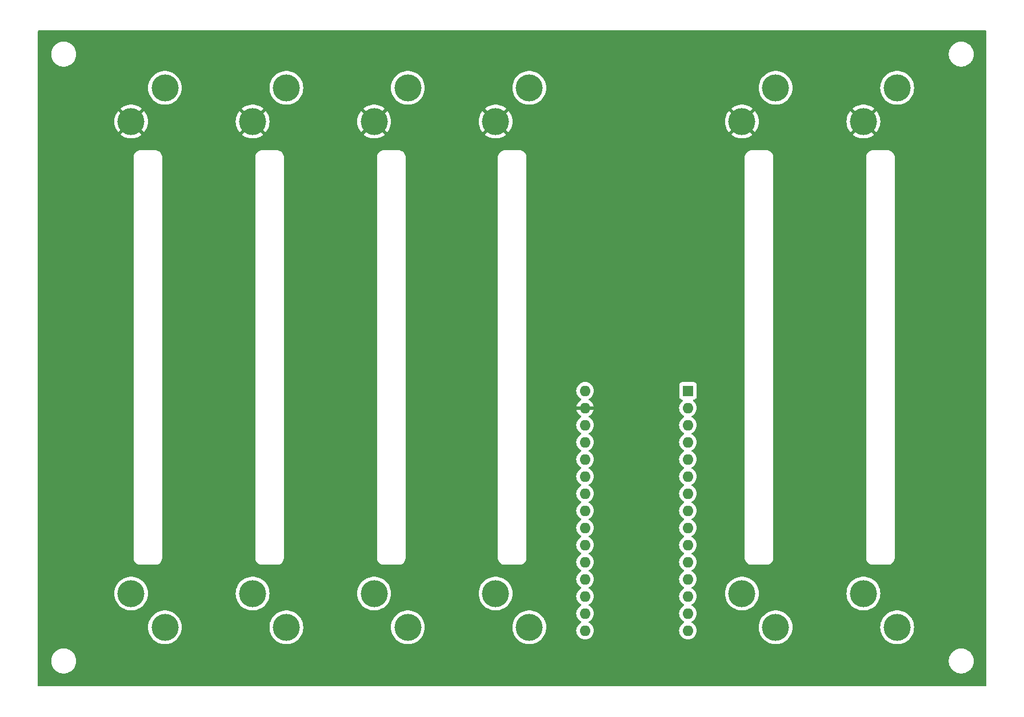
<source format=gtl>
G04 #@! TF.GenerationSoftware,KiCad,Pcbnew,8.0.1-8.0.1-1~ubuntu22.04.1*
G04 #@! TF.CreationDate,2024-03-31T12:40:03+01:00*
G04 #@! TF.ProjectId,Arduino_Mixer,41726475-696e-46f5-9f4d-697865722e6b,1.0*
G04 #@! TF.SameCoordinates,Original*
G04 #@! TF.FileFunction,Copper,L1,Top*
G04 #@! TF.FilePolarity,Positive*
%FSLAX46Y46*%
G04 Gerber Fmt 4.6, Leading zero omitted, Abs format (unit mm)*
G04 Created by KiCad (PCBNEW 8.0.1-8.0.1-1~ubuntu22.04.1) date 2024-03-31 12:40:03*
%MOMM*%
%LPD*%
G01*
G04 APERTURE LIST*
G04 #@! TA.AperFunction,ComponentPad*
%ADD10R,1.600000X1.600000*%
G04 #@! TD*
G04 #@! TA.AperFunction,ComponentPad*
%ADD11O,1.600000X1.600000*%
G04 #@! TD*
G04 #@! TA.AperFunction,ComponentPad*
%ADD12C,4.000000*%
G04 #@! TD*
G04 APERTURE END LIST*
D10*
X172500000Y-99940000D03*
D11*
X172500000Y-102480000D03*
X172500000Y-105020000D03*
X172500000Y-107560000D03*
X172500000Y-110100000D03*
X172500000Y-112640000D03*
X172500000Y-115180000D03*
X172500000Y-117720000D03*
X172500000Y-120260000D03*
X172500000Y-122800000D03*
X172500000Y-125340000D03*
X172500000Y-127880000D03*
X172500000Y-130420000D03*
X172500000Y-132960000D03*
X172500000Y-135500000D03*
X157260000Y-135500000D03*
X157260000Y-132960000D03*
X157260000Y-130420000D03*
X157260000Y-127880000D03*
X157260000Y-125340000D03*
X157260000Y-122800000D03*
X157260000Y-120260000D03*
X157260000Y-117720000D03*
X157260000Y-115180000D03*
X157260000Y-112640000D03*
X157260000Y-110100000D03*
X157260000Y-107560000D03*
X157260000Y-105020000D03*
X157260000Y-102480000D03*
X157260000Y-99940000D03*
D12*
X144000000Y-60000000D03*
X149000000Y-55000000D03*
X149000000Y-135000000D03*
X144000000Y-130000000D03*
X108000000Y-60000000D03*
X113000000Y-55000000D03*
X113000000Y-135000000D03*
X108000000Y-130000000D03*
X126000000Y-60000000D03*
X131000000Y-55000000D03*
X131000000Y-135000000D03*
X126000000Y-130000000D03*
X198500000Y-60000000D03*
X203500000Y-55000000D03*
X203500000Y-135000000D03*
X198500000Y-130000000D03*
X90000000Y-60000000D03*
X95000000Y-55000000D03*
X95000000Y-135000000D03*
X90000000Y-130000000D03*
X180500000Y-60000000D03*
X185500000Y-55000000D03*
X185500000Y-135000000D03*
X180500000Y-130000000D03*
G04 #@! TA.AperFunction,Conductor*
G36*
X216620539Y-46486185D02*
G01*
X216666294Y-46538989D01*
X216677500Y-46590500D01*
X216677500Y-143655500D01*
X216657815Y-143722539D01*
X216605011Y-143768294D01*
X216553500Y-143779500D01*
X76308500Y-143779500D01*
X76241461Y-143759815D01*
X76195706Y-143707011D01*
X76184500Y-143655500D01*
X76184500Y-140121288D01*
X78149500Y-140121288D01*
X78181161Y-140361785D01*
X78243947Y-140596104D01*
X78336773Y-140820205D01*
X78336776Y-140820212D01*
X78458064Y-141030289D01*
X78458066Y-141030292D01*
X78458067Y-141030293D01*
X78605733Y-141222736D01*
X78605739Y-141222743D01*
X78777256Y-141394260D01*
X78777262Y-141394265D01*
X78969711Y-141541936D01*
X79179788Y-141663224D01*
X79403900Y-141756054D01*
X79638211Y-141818838D01*
X79818586Y-141842584D01*
X79878711Y-141850500D01*
X79878712Y-141850500D01*
X80121289Y-141850500D01*
X80169388Y-141844167D01*
X80361789Y-141818838D01*
X80596100Y-141756054D01*
X80820212Y-141663224D01*
X81030289Y-141541936D01*
X81222738Y-141394265D01*
X81394265Y-141222738D01*
X81541936Y-141030289D01*
X81663224Y-140820212D01*
X81756054Y-140596100D01*
X81818838Y-140361789D01*
X81850500Y-140121288D01*
X211149500Y-140121288D01*
X211181161Y-140361785D01*
X211243947Y-140596104D01*
X211336773Y-140820205D01*
X211336776Y-140820212D01*
X211458064Y-141030289D01*
X211458066Y-141030292D01*
X211458067Y-141030293D01*
X211605733Y-141222736D01*
X211605739Y-141222743D01*
X211777256Y-141394260D01*
X211777262Y-141394265D01*
X211969711Y-141541936D01*
X212179788Y-141663224D01*
X212403900Y-141756054D01*
X212638211Y-141818838D01*
X212818586Y-141842584D01*
X212878711Y-141850500D01*
X212878712Y-141850500D01*
X213121289Y-141850500D01*
X213169388Y-141844167D01*
X213361789Y-141818838D01*
X213596100Y-141756054D01*
X213820212Y-141663224D01*
X214030289Y-141541936D01*
X214222738Y-141394265D01*
X214394265Y-141222738D01*
X214541936Y-141030289D01*
X214663224Y-140820212D01*
X214756054Y-140596100D01*
X214818838Y-140361789D01*
X214850500Y-140121288D01*
X214850500Y-139878712D01*
X214818838Y-139638211D01*
X214756054Y-139403900D01*
X214663224Y-139179788D01*
X214541936Y-138969711D01*
X214394265Y-138777262D01*
X214394260Y-138777256D01*
X214222743Y-138605739D01*
X214222736Y-138605733D01*
X214030293Y-138458067D01*
X214030292Y-138458066D01*
X214030289Y-138458064D01*
X213820212Y-138336776D01*
X213820205Y-138336773D01*
X213596104Y-138243947D01*
X213361785Y-138181161D01*
X213121289Y-138149500D01*
X213121288Y-138149500D01*
X212878712Y-138149500D01*
X212878711Y-138149500D01*
X212638214Y-138181161D01*
X212403895Y-138243947D01*
X212179794Y-138336773D01*
X212179785Y-138336777D01*
X211969706Y-138458067D01*
X211777263Y-138605733D01*
X211777256Y-138605739D01*
X211605739Y-138777256D01*
X211605733Y-138777263D01*
X211458067Y-138969706D01*
X211336777Y-139179785D01*
X211336773Y-139179794D01*
X211243947Y-139403895D01*
X211181161Y-139638214D01*
X211149500Y-139878711D01*
X211149500Y-140121288D01*
X81850500Y-140121288D01*
X81850500Y-139878712D01*
X81818838Y-139638211D01*
X81756054Y-139403900D01*
X81663224Y-139179788D01*
X81541936Y-138969711D01*
X81394265Y-138777262D01*
X81394260Y-138777256D01*
X81222743Y-138605739D01*
X81222736Y-138605733D01*
X81030293Y-138458067D01*
X81030292Y-138458066D01*
X81030289Y-138458064D01*
X80820212Y-138336776D01*
X80820205Y-138336773D01*
X80596104Y-138243947D01*
X80361785Y-138181161D01*
X80121289Y-138149500D01*
X80121288Y-138149500D01*
X79878712Y-138149500D01*
X79878711Y-138149500D01*
X79638214Y-138181161D01*
X79403895Y-138243947D01*
X79179794Y-138336773D01*
X79179785Y-138336777D01*
X78969706Y-138458067D01*
X78777263Y-138605733D01*
X78777256Y-138605739D01*
X78605739Y-138777256D01*
X78605733Y-138777263D01*
X78458067Y-138969706D01*
X78336777Y-139179785D01*
X78336773Y-139179794D01*
X78243947Y-139403895D01*
X78181161Y-139638214D01*
X78149500Y-139878711D01*
X78149500Y-140121288D01*
X76184500Y-140121288D01*
X76184500Y-135000005D01*
X92494556Y-135000005D01*
X92514310Y-135314004D01*
X92514311Y-135314011D01*
X92514312Y-135314015D01*
X92549790Y-135500000D01*
X92573270Y-135623083D01*
X92670497Y-135922316D01*
X92670499Y-135922321D01*
X92804461Y-136207003D01*
X92804464Y-136207009D01*
X92973051Y-136472661D01*
X92973054Y-136472665D01*
X93173606Y-136715090D01*
X93173608Y-136715092D01*
X93402968Y-136930476D01*
X93402978Y-136930484D01*
X93657504Y-137115408D01*
X93657509Y-137115410D01*
X93657516Y-137115416D01*
X93933234Y-137266994D01*
X93933239Y-137266996D01*
X93933241Y-137266997D01*
X93933242Y-137266998D01*
X94225771Y-137382818D01*
X94225774Y-137382819D01*
X94530523Y-137461065D01*
X94530527Y-137461066D01*
X94596010Y-137469338D01*
X94842670Y-137500499D01*
X94842679Y-137500499D01*
X94842682Y-137500500D01*
X94842684Y-137500500D01*
X95157316Y-137500500D01*
X95157318Y-137500500D01*
X95157321Y-137500499D01*
X95157329Y-137500499D01*
X95343593Y-137476968D01*
X95469473Y-137461066D01*
X95774225Y-137382819D01*
X95774228Y-137382818D01*
X96066757Y-137266998D01*
X96066758Y-137266997D01*
X96066756Y-137266997D01*
X96066766Y-137266994D01*
X96342484Y-137115416D01*
X96597030Y-136930478D01*
X96826390Y-136715094D01*
X97026947Y-136472663D01*
X97195537Y-136207007D01*
X97329503Y-135922315D01*
X97426731Y-135623079D01*
X97485688Y-135314015D01*
X97488249Y-135273308D01*
X97505444Y-135000005D01*
X110494556Y-135000005D01*
X110514310Y-135314004D01*
X110514311Y-135314011D01*
X110514312Y-135314015D01*
X110549790Y-135500000D01*
X110573270Y-135623083D01*
X110670497Y-135922316D01*
X110670499Y-135922321D01*
X110804461Y-136207003D01*
X110804464Y-136207009D01*
X110973051Y-136472661D01*
X110973054Y-136472665D01*
X111173606Y-136715090D01*
X111173608Y-136715092D01*
X111402968Y-136930476D01*
X111402978Y-136930484D01*
X111657504Y-137115408D01*
X111657509Y-137115410D01*
X111657516Y-137115416D01*
X111933234Y-137266994D01*
X111933239Y-137266996D01*
X111933241Y-137266997D01*
X111933242Y-137266998D01*
X112225771Y-137382818D01*
X112225774Y-137382819D01*
X112530523Y-137461065D01*
X112530527Y-137461066D01*
X112596010Y-137469338D01*
X112842670Y-137500499D01*
X112842679Y-137500499D01*
X112842682Y-137500500D01*
X112842684Y-137500500D01*
X113157316Y-137500500D01*
X113157318Y-137500500D01*
X113157321Y-137500499D01*
X113157329Y-137500499D01*
X113343593Y-137476968D01*
X113469473Y-137461066D01*
X113774225Y-137382819D01*
X113774228Y-137382818D01*
X114066757Y-137266998D01*
X114066758Y-137266997D01*
X114066756Y-137266997D01*
X114066766Y-137266994D01*
X114342484Y-137115416D01*
X114597030Y-136930478D01*
X114826390Y-136715094D01*
X115026947Y-136472663D01*
X115195537Y-136207007D01*
X115329503Y-135922315D01*
X115426731Y-135623079D01*
X115485688Y-135314015D01*
X115488249Y-135273308D01*
X115505444Y-135000005D01*
X128494556Y-135000005D01*
X128514310Y-135314004D01*
X128514311Y-135314011D01*
X128514312Y-135314015D01*
X128549790Y-135500000D01*
X128573270Y-135623083D01*
X128670497Y-135922316D01*
X128670499Y-135922321D01*
X128804461Y-136207003D01*
X128804464Y-136207009D01*
X128973051Y-136472661D01*
X128973054Y-136472665D01*
X129173606Y-136715090D01*
X129173608Y-136715092D01*
X129402968Y-136930476D01*
X129402978Y-136930484D01*
X129657504Y-137115408D01*
X129657509Y-137115410D01*
X129657516Y-137115416D01*
X129933234Y-137266994D01*
X129933239Y-137266996D01*
X129933241Y-137266997D01*
X129933242Y-137266998D01*
X130225771Y-137382818D01*
X130225774Y-137382819D01*
X130530523Y-137461065D01*
X130530527Y-137461066D01*
X130596010Y-137469338D01*
X130842670Y-137500499D01*
X130842679Y-137500499D01*
X130842682Y-137500500D01*
X130842684Y-137500500D01*
X131157316Y-137500500D01*
X131157318Y-137500500D01*
X131157321Y-137500499D01*
X131157329Y-137500499D01*
X131343593Y-137476968D01*
X131469473Y-137461066D01*
X131774225Y-137382819D01*
X131774228Y-137382818D01*
X132066757Y-137266998D01*
X132066758Y-137266997D01*
X132066756Y-137266997D01*
X132066766Y-137266994D01*
X132342484Y-137115416D01*
X132597030Y-136930478D01*
X132826390Y-136715094D01*
X133026947Y-136472663D01*
X133195537Y-136207007D01*
X133329503Y-135922315D01*
X133426731Y-135623079D01*
X133485688Y-135314015D01*
X133488249Y-135273308D01*
X133505444Y-135000005D01*
X146494556Y-135000005D01*
X146514310Y-135314004D01*
X146514311Y-135314011D01*
X146514312Y-135314015D01*
X146549790Y-135500000D01*
X146573270Y-135623083D01*
X146670497Y-135922316D01*
X146670499Y-135922321D01*
X146804461Y-136207003D01*
X146804464Y-136207009D01*
X146973051Y-136472661D01*
X146973054Y-136472665D01*
X147173606Y-136715090D01*
X147173608Y-136715092D01*
X147402968Y-136930476D01*
X147402978Y-136930484D01*
X147657504Y-137115408D01*
X147657509Y-137115410D01*
X147657516Y-137115416D01*
X147933234Y-137266994D01*
X147933239Y-137266996D01*
X147933241Y-137266997D01*
X147933242Y-137266998D01*
X148225771Y-137382818D01*
X148225774Y-137382819D01*
X148530523Y-137461065D01*
X148530527Y-137461066D01*
X148596010Y-137469338D01*
X148842670Y-137500499D01*
X148842679Y-137500499D01*
X148842682Y-137500500D01*
X148842684Y-137500500D01*
X149157316Y-137500500D01*
X149157318Y-137500500D01*
X149157321Y-137500499D01*
X149157329Y-137500499D01*
X149343593Y-137476968D01*
X149469473Y-137461066D01*
X149774225Y-137382819D01*
X149774228Y-137382818D01*
X150066757Y-137266998D01*
X150066758Y-137266997D01*
X150066756Y-137266997D01*
X150066766Y-137266994D01*
X150342484Y-137115416D01*
X150597030Y-136930478D01*
X150826390Y-136715094D01*
X151026947Y-136472663D01*
X151195537Y-136207007D01*
X151329503Y-135922315D01*
X151426731Y-135623079D01*
X151450209Y-135500001D01*
X155954532Y-135500001D01*
X155974364Y-135726686D01*
X155974366Y-135726697D01*
X156033258Y-135946488D01*
X156033261Y-135946497D01*
X156129431Y-136152732D01*
X156129432Y-136152734D01*
X156259954Y-136339141D01*
X156420858Y-136500045D01*
X156420861Y-136500047D01*
X156607266Y-136630568D01*
X156813504Y-136726739D01*
X157033308Y-136785635D01*
X157195230Y-136799801D01*
X157259998Y-136805468D01*
X157260000Y-136805468D01*
X157260002Y-136805468D01*
X157316673Y-136800509D01*
X157486692Y-136785635D01*
X157706496Y-136726739D01*
X157912734Y-136630568D01*
X158099139Y-136500047D01*
X158260047Y-136339139D01*
X158390568Y-136152734D01*
X158486739Y-135946496D01*
X158545635Y-135726692D01*
X158565468Y-135500001D01*
X171194532Y-135500001D01*
X171214364Y-135726686D01*
X171214366Y-135726697D01*
X171273258Y-135946488D01*
X171273261Y-135946497D01*
X171369431Y-136152732D01*
X171369432Y-136152734D01*
X171499954Y-136339141D01*
X171660858Y-136500045D01*
X171660861Y-136500047D01*
X171847266Y-136630568D01*
X172053504Y-136726739D01*
X172273308Y-136785635D01*
X172435230Y-136799801D01*
X172499998Y-136805468D01*
X172500000Y-136805468D01*
X172500002Y-136805468D01*
X172556673Y-136800509D01*
X172726692Y-136785635D01*
X172946496Y-136726739D01*
X173152734Y-136630568D01*
X173339139Y-136500047D01*
X173500047Y-136339139D01*
X173630568Y-136152734D01*
X173726739Y-135946496D01*
X173785635Y-135726692D01*
X173805468Y-135500000D01*
X173785635Y-135273308D01*
X173726739Y-135053504D01*
X173701792Y-135000005D01*
X182994556Y-135000005D01*
X183014310Y-135314004D01*
X183014311Y-135314011D01*
X183014312Y-135314015D01*
X183049790Y-135500000D01*
X183073270Y-135623083D01*
X183170497Y-135922316D01*
X183170499Y-135922321D01*
X183304461Y-136207003D01*
X183304464Y-136207009D01*
X183473051Y-136472661D01*
X183473054Y-136472665D01*
X183673606Y-136715090D01*
X183673608Y-136715092D01*
X183902968Y-136930476D01*
X183902978Y-136930484D01*
X184157504Y-137115408D01*
X184157509Y-137115410D01*
X184157516Y-137115416D01*
X184433234Y-137266994D01*
X184433239Y-137266996D01*
X184433241Y-137266997D01*
X184433242Y-137266998D01*
X184725771Y-137382818D01*
X184725774Y-137382819D01*
X185030523Y-137461065D01*
X185030527Y-137461066D01*
X185096010Y-137469338D01*
X185342670Y-137500499D01*
X185342679Y-137500499D01*
X185342682Y-137500500D01*
X185342684Y-137500500D01*
X185657316Y-137500500D01*
X185657318Y-137500500D01*
X185657321Y-137500499D01*
X185657329Y-137500499D01*
X185843593Y-137476968D01*
X185969473Y-137461066D01*
X186274225Y-137382819D01*
X186274228Y-137382818D01*
X186566757Y-137266998D01*
X186566758Y-137266997D01*
X186566756Y-137266997D01*
X186566766Y-137266994D01*
X186842484Y-137115416D01*
X187097030Y-136930478D01*
X187326390Y-136715094D01*
X187526947Y-136472663D01*
X187695537Y-136207007D01*
X187829503Y-135922315D01*
X187926731Y-135623079D01*
X187985688Y-135314015D01*
X187988249Y-135273308D01*
X188005444Y-135000005D01*
X200994556Y-135000005D01*
X201014310Y-135314004D01*
X201014311Y-135314011D01*
X201014312Y-135314015D01*
X201049790Y-135500000D01*
X201073270Y-135623083D01*
X201170497Y-135922316D01*
X201170499Y-135922321D01*
X201304461Y-136207003D01*
X201304464Y-136207009D01*
X201473051Y-136472661D01*
X201473054Y-136472665D01*
X201673606Y-136715090D01*
X201673608Y-136715092D01*
X201902968Y-136930476D01*
X201902978Y-136930484D01*
X202157504Y-137115408D01*
X202157509Y-137115410D01*
X202157516Y-137115416D01*
X202433234Y-137266994D01*
X202433239Y-137266996D01*
X202433241Y-137266997D01*
X202433242Y-137266998D01*
X202725771Y-137382818D01*
X202725774Y-137382819D01*
X203030523Y-137461065D01*
X203030527Y-137461066D01*
X203096010Y-137469338D01*
X203342670Y-137500499D01*
X203342679Y-137500499D01*
X203342682Y-137500500D01*
X203342684Y-137500500D01*
X203657316Y-137500500D01*
X203657318Y-137500500D01*
X203657321Y-137500499D01*
X203657329Y-137500499D01*
X203843593Y-137476968D01*
X203969473Y-137461066D01*
X204274225Y-137382819D01*
X204274228Y-137382818D01*
X204566757Y-137266998D01*
X204566758Y-137266997D01*
X204566756Y-137266997D01*
X204566766Y-137266994D01*
X204842484Y-137115416D01*
X205097030Y-136930478D01*
X205326390Y-136715094D01*
X205526947Y-136472663D01*
X205695537Y-136207007D01*
X205829503Y-135922315D01*
X205926731Y-135623079D01*
X205985688Y-135314015D01*
X205988249Y-135273308D01*
X206005444Y-135000005D01*
X206005444Y-134999994D01*
X205985689Y-134685995D01*
X205985688Y-134685988D01*
X205985688Y-134685985D01*
X205926731Y-134376921D01*
X205829503Y-134077685D01*
X205695537Y-133792993D01*
X205660414Y-133737648D01*
X205526948Y-133527338D01*
X205526945Y-133527334D01*
X205326393Y-133284909D01*
X205326391Y-133284907D01*
X205097031Y-133069523D01*
X205097021Y-133069515D01*
X204842495Y-132884591D01*
X204842488Y-132884586D01*
X204842484Y-132884584D01*
X204566766Y-132733006D01*
X204566763Y-132733004D01*
X204566758Y-132733002D01*
X204566757Y-132733001D01*
X204274228Y-132617181D01*
X204274225Y-132617180D01*
X203969476Y-132538934D01*
X203969463Y-132538932D01*
X203657329Y-132499500D01*
X203657318Y-132499500D01*
X203342682Y-132499500D01*
X203342670Y-132499500D01*
X203030536Y-132538932D01*
X203030523Y-132538934D01*
X202725774Y-132617180D01*
X202725771Y-132617181D01*
X202433242Y-132733001D01*
X202433241Y-132733002D01*
X202157516Y-132884584D01*
X202157504Y-132884591D01*
X201902978Y-133069515D01*
X201902968Y-133069523D01*
X201673608Y-133284907D01*
X201673606Y-133284909D01*
X201473054Y-133527334D01*
X201473051Y-133527338D01*
X201304464Y-133792990D01*
X201304461Y-133792996D01*
X201170499Y-134077678D01*
X201170497Y-134077683D01*
X201073270Y-134376916D01*
X201014311Y-134685988D01*
X201014310Y-134685995D01*
X200994556Y-134999994D01*
X200994556Y-135000005D01*
X188005444Y-135000005D01*
X188005444Y-134999994D01*
X187985689Y-134685995D01*
X187985688Y-134685988D01*
X187985688Y-134685985D01*
X187926731Y-134376921D01*
X187829503Y-134077685D01*
X187695537Y-133792993D01*
X187660414Y-133737648D01*
X187526948Y-133527338D01*
X187526945Y-133527334D01*
X187326393Y-133284909D01*
X187326391Y-133284907D01*
X187097031Y-133069523D01*
X187097021Y-133069515D01*
X186842495Y-132884591D01*
X186842488Y-132884586D01*
X186842484Y-132884584D01*
X186566766Y-132733006D01*
X186566763Y-132733004D01*
X186566758Y-132733002D01*
X186566757Y-132733001D01*
X186274228Y-132617181D01*
X186274225Y-132617180D01*
X185969476Y-132538934D01*
X185969463Y-132538932D01*
X185657329Y-132499500D01*
X185657318Y-132499500D01*
X185342682Y-132499500D01*
X185342670Y-132499500D01*
X185030536Y-132538932D01*
X185030523Y-132538934D01*
X184725774Y-132617180D01*
X184725771Y-132617181D01*
X184433242Y-132733001D01*
X184433241Y-132733002D01*
X184157516Y-132884584D01*
X184157504Y-132884591D01*
X183902978Y-133069515D01*
X183902968Y-133069523D01*
X183673608Y-133284907D01*
X183673606Y-133284909D01*
X183473054Y-133527334D01*
X183473051Y-133527338D01*
X183304464Y-133792990D01*
X183304461Y-133792996D01*
X183170499Y-134077678D01*
X183170497Y-134077683D01*
X183073270Y-134376916D01*
X183014311Y-134685988D01*
X183014310Y-134685995D01*
X182994556Y-134999994D01*
X182994556Y-135000005D01*
X173701792Y-135000005D01*
X173630568Y-134847266D01*
X173500047Y-134660861D01*
X173500045Y-134660858D01*
X173339141Y-134499954D01*
X173152734Y-134369432D01*
X173152728Y-134369429D01*
X173094725Y-134342382D01*
X173042285Y-134296210D01*
X173023133Y-134229017D01*
X173043348Y-134162135D01*
X173094725Y-134117618D01*
X173152734Y-134090568D01*
X173339139Y-133960047D01*
X173500047Y-133799139D01*
X173630568Y-133612734D01*
X173726739Y-133406496D01*
X173785635Y-133186692D01*
X173805468Y-132960000D01*
X173785635Y-132733308D01*
X173726739Y-132513504D01*
X173630568Y-132307266D01*
X173500047Y-132120861D01*
X173500045Y-132120858D01*
X173339141Y-131959954D01*
X173152734Y-131829432D01*
X173152728Y-131829429D01*
X173094725Y-131802382D01*
X173042285Y-131756210D01*
X173023133Y-131689017D01*
X173043348Y-131622135D01*
X173094725Y-131577618D01*
X173152734Y-131550568D01*
X173339139Y-131420047D01*
X173500047Y-131259139D01*
X173630568Y-131072734D01*
X173726739Y-130866496D01*
X173785635Y-130646692D01*
X173805468Y-130420000D01*
X173785635Y-130193308D01*
X173733840Y-130000005D01*
X177994556Y-130000005D01*
X178014310Y-130314004D01*
X178014311Y-130314011D01*
X178073270Y-130623083D01*
X178170497Y-130922316D01*
X178170499Y-130922321D01*
X178304461Y-131207003D01*
X178304464Y-131207009D01*
X178473051Y-131472661D01*
X178473054Y-131472665D01*
X178673606Y-131715090D01*
X178673608Y-131715092D01*
X178902968Y-131930476D01*
X178902978Y-131930484D01*
X179157504Y-132115408D01*
X179157509Y-132115410D01*
X179157516Y-132115416D01*
X179433234Y-132266994D01*
X179433239Y-132266996D01*
X179433241Y-132266997D01*
X179433242Y-132266998D01*
X179725771Y-132382818D01*
X179725774Y-132382819D01*
X180030523Y-132461065D01*
X180030527Y-132461066D01*
X180096010Y-132469338D01*
X180342670Y-132500499D01*
X180342679Y-132500499D01*
X180342682Y-132500500D01*
X180342684Y-132500500D01*
X180657316Y-132500500D01*
X180657318Y-132500500D01*
X180657321Y-132500499D01*
X180657329Y-132500499D01*
X180843593Y-132476968D01*
X180969473Y-132461066D01*
X181274225Y-132382819D01*
X181274228Y-132382818D01*
X181566757Y-132266998D01*
X181566758Y-132266997D01*
X181566756Y-132266997D01*
X181566766Y-132266994D01*
X181842484Y-132115416D01*
X182097030Y-131930478D01*
X182326390Y-131715094D01*
X182526947Y-131472663D01*
X182695537Y-131207007D01*
X182829503Y-130922315D01*
X182926731Y-130623079D01*
X182985688Y-130314015D01*
X183005444Y-130000005D01*
X195994556Y-130000005D01*
X196014310Y-130314004D01*
X196014311Y-130314011D01*
X196073270Y-130623083D01*
X196170497Y-130922316D01*
X196170499Y-130922321D01*
X196304461Y-131207003D01*
X196304464Y-131207009D01*
X196473051Y-131472661D01*
X196473054Y-131472665D01*
X196673606Y-131715090D01*
X196673608Y-131715092D01*
X196902968Y-131930476D01*
X196902978Y-131930484D01*
X197157504Y-132115408D01*
X197157509Y-132115410D01*
X197157516Y-132115416D01*
X197433234Y-132266994D01*
X197433239Y-132266996D01*
X197433241Y-132266997D01*
X197433242Y-132266998D01*
X197725771Y-132382818D01*
X197725774Y-132382819D01*
X198030523Y-132461065D01*
X198030527Y-132461066D01*
X198096010Y-132469338D01*
X198342670Y-132500499D01*
X198342679Y-132500499D01*
X198342682Y-132500500D01*
X198342684Y-132500500D01*
X198657316Y-132500500D01*
X198657318Y-132500500D01*
X198657321Y-132500499D01*
X198657329Y-132500499D01*
X198843593Y-132476968D01*
X198969473Y-132461066D01*
X199274225Y-132382819D01*
X199274228Y-132382818D01*
X199566757Y-132266998D01*
X199566758Y-132266997D01*
X199566756Y-132266997D01*
X199566766Y-132266994D01*
X199842484Y-132115416D01*
X200097030Y-131930478D01*
X200326390Y-131715094D01*
X200526947Y-131472663D01*
X200695537Y-131207007D01*
X200829503Y-130922315D01*
X200926731Y-130623079D01*
X200985688Y-130314015D01*
X201005444Y-130000000D01*
X201003777Y-129973511D01*
X200985689Y-129685995D01*
X200985688Y-129685988D01*
X200985688Y-129685985D01*
X200926731Y-129376921D01*
X200829503Y-129077685D01*
X200695537Y-128792993D01*
X200526947Y-128527337D01*
X200526945Y-128527334D01*
X200326393Y-128284909D01*
X200326391Y-128284907D01*
X200136606Y-128106686D01*
X200097030Y-128069522D01*
X200097027Y-128069520D01*
X200097021Y-128069515D01*
X199842495Y-127884591D01*
X199842488Y-127884586D01*
X199842484Y-127884584D01*
X199566766Y-127733006D01*
X199566763Y-127733004D01*
X199566758Y-127733002D01*
X199566757Y-127733001D01*
X199274228Y-127617181D01*
X199274225Y-127617180D01*
X198969476Y-127538934D01*
X198969463Y-127538932D01*
X198657329Y-127499500D01*
X198657318Y-127499500D01*
X198342682Y-127499500D01*
X198342670Y-127499500D01*
X198030536Y-127538932D01*
X198030523Y-127538934D01*
X197725774Y-127617180D01*
X197725771Y-127617181D01*
X197433242Y-127733001D01*
X197433241Y-127733002D01*
X197157516Y-127884584D01*
X197157504Y-127884591D01*
X196902978Y-128069515D01*
X196902968Y-128069523D01*
X196673608Y-128284907D01*
X196673606Y-128284909D01*
X196473054Y-128527334D01*
X196473051Y-128527338D01*
X196304464Y-128792990D01*
X196304461Y-128792996D01*
X196170499Y-129077678D01*
X196170497Y-129077683D01*
X196073270Y-129376916D01*
X196014311Y-129685988D01*
X196014310Y-129685995D01*
X195994556Y-129999994D01*
X195994556Y-130000005D01*
X183005444Y-130000005D01*
X183005444Y-130000000D01*
X183003777Y-129973511D01*
X182985689Y-129685995D01*
X182985688Y-129685988D01*
X182985688Y-129685985D01*
X182926731Y-129376921D01*
X182829503Y-129077685D01*
X182695537Y-128792993D01*
X182526947Y-128527337D01*
X182526945Y-128527334D01*
X182326393Y-128284909D01*
X182326391Y-128284907D01*
X182136606Y-128106686D01*
X182097030Y-128069522D01*
X182097027Y-128069520D01*
X182097021Y-128069515D01*
X181842495Y-127884591D01*
X181842488Y-127884586D01*
X181842484Y-127884584D01*
X181566766Y-127733006D01*
X181566763Y-127733004D01*
X181566758Y-127733002D01*
X181566757Y-127733001D01*
X181274228Y-127617181D01*
X181274225Y-127617180D01*
X180969476Y-127538934D01*
X180969463Y-127538932D01*
X180657329Y-127499500D01*
X180657318Y-127499500D01*
X180342682Y-127499500D01*
X180342670Y-127499500D01*
X180030536Y-127538932D01*
X180030523Y-127538934D01*
X179725774Y-127617180D01*
X179725771Y-127617181D01*
X179433242Y-127733001D01*
X179433241Y-127733002D01*
X179157516Y-127884584D01*
X179157504Y-127884591D01*
X178902978Y-128069515D01*
X178902968Y-128069523D01*
X178673608Y-128284907D01*
X178673606Y-128284909D01*
X178473054Y-128527334D01*
X178473051Y-128527338D01*
X178304464Y-128792990D01*
X178304461Y-128792996D01*
X178170499Y-129077678D01*
X178170497Y-129077683D01*
X178073270Y-129376916D01*
X178014311Y-129685988D01*
X178014310Y-129685995D01*
X177994556Y-129999994D01*
X177994556Y-130000005D01*
X173733840Y-130000005D01*
X173726739Y-129973504D01*
X173630568Y-129767266D01*
X173500047Y-129580861D01*
X173500045Y-129580858D01*
X173339141Y-129419954D01*
X173152734Y-129289432D01*
X173152728Y-129289429D01*
X173094725Y-129262382D01*
X173042285Y-129216210D01*
X173023133Y-129149017D01*
X173043348Y-129082135D01*
X173094725Y-129037618D01*
X173152734Y-129010568D01*
X173339139Y-128880047D01*
X173500047Y-128719139D01*
X173630568Y-128532734D01*
X173726739Y-128326496D01*
X173785635Y-128106692D01*
X173805468Y-127880000D01*
X173785635Y-127653308D01*
X173726739Y-127433504D01*
X173630568Y-127227266D01*
X173500047Y-127040861D01*
X173500045Y-127040858D01*
X173339141Y-126879954D01*
X173152734Y-126749432D01*
X173152728Y-126749429D01*
X173094725Y-126722382D01*
X173042285Y-126676210D01*
X173023133Y-126609017D01*
X173043348Y-126542135D01*
X173094725Y-126497618D01*
X173152734Y-126470568D01*
X173339139Y-126340047D01*
X173500047Y-126179139D01*
X173630568Y-125992734D01*
X173726739Y-125786496D01*
X173785635Y-125566692D01*
X173805468Y-125340000D01*
X173785635Y-125113308D01*
X173726739Y-124893504D01*
X173688986Y-124812543D01*
X180911499Y-124812543D01*
X180949947Y-125005829D01*
X180949950Y-125005839D01*
X181025364Y-125187907D01*
X181025371Y-125187920D01*
X181134860Y-125351781D01*
X181134863Y-125351785D01*
X181274214Y-125491136D01*
X181274218Y-125491139D01*
X181438079Y-125600628D01*
X181438092Y-125600635D01*
X181620160Y-125676049D01*
X181620165Y-125676051D01*
X181620169Y-125676051D01*
X181620170Y-125676052D01*
X181813456Y-125714500D01*
X181813459Y-125714500D01*
X184248543Y-125714500D01*
X184378582Y-125688632D01*
X184441835Y-125676051D01*
X184623914Y-125600632D01*
X184787782Y-125491139D01*
X184927139Y-125351782D01*
X185036632Y-125187914D01*
X185112051Y-125005835D01*
X185150500Y-124812543D01*
X198897499Y-124812543D01*
X198935947Y-125005829D01*
X198935950Y-125005839D01*
X199011364Y-125187907D01*
X199011371Y-125187920D01*
X199120860Y-125351781D01*
X199120863Y-125351785D01*
X199260214Y-125491136D01*
X199260218Y-125491139D01*
X199424079Y-125600628D01*
X199424092Y-125600635D01*
X199606160Y-125676049D01*
X199606165Y-125676051D01*
X199606169Y-125676051D01*
X199606170Y-125676052D01*
X199799456Y-125714500D01*
X199799459Y-125714500D01*
X202234543Y-125714500D01*
X202364582Y-125688632D01*
X202427835Y-125676051D01*
X202609914Y-125600632D01*
X202773782Y-125491139D01*
X202913139Y-125351782D01*
X203022632Y-125187914D01*
X203098051Y-125005835D01*
X203136500Y-124812541D01*
X203136500Y-65179459D01*
X203136500Y-65179456D01*
X203098052Y-64986170D01*
X203098051Y-64986169D01*
X203098051Y-64986165D01*
X203098049Y-64986160D01*
X203022635Y-64804092D01*
X203022628Y-64804079D01*
X202913139Y-64640218D01*
X202913136Y-64640214D01*
X202773785Y-64500863D01*
X202773781Y-64500860D01*
X202609920Y-64391371D01*
X202609907Y-64391364D01*
X202427839Y-64315950D01*
X202427829Y-64315947D01*
X202234543Y-64277500D01*
X202234541Y-64277500D01*
X199996541Y-64277500D01*
X199799459Y-64277500D01*
X199799457Y-64277500D01*
X199606170Y-64315947D01*
X199606160Y-64315950D01*
X199424092Y-64391364D01*
X199424079Y-64391371D01*
X199260218Y-64500860D01*
X199260214Y-64500863D01*
X199120863Y-64640214D01*
X199120860Y-64640218D01*
X199011371Y-64804079D01*
X199011364Y-64804092D01*
X198935950Y-64986160D01*
X198935947Y-64986170D01*
X198897500Y-65179456D01*
X198897500Y-65179459D01*
X198897500Y-124812541D01*
X198897500Y-124812543D01*
X198897499Y-124812543D01*
X185150500Y-124812543D01*
X185150500Y-124812541D01*
X185150500Y-65179459D01*
X185150500Y-65179456D01*
X185112052Y-64986170D01*
X185112051Y-64986169D01*
X185112051Y-64986165D01*
X185112049Y-64986160D01*
X185036635Y-64804092D01*
X185036628Y-64804079D01*
X184927139Y-64640218D01*
X184927136Y-64640214D01*
X184787785Y-64500863D01*
X184787781Y-64500860D01*
X184623920Y-64391371D01*
X184623907Y-64391364D01*
X184441839Y-64315950D01*
X184441829Y-64315947D01*
X184248543Y-64277500D01*
X184248541Y-64277500D01*
X182010541Y-64277500D01*
X181813459Y-64277500D01*
X181813457Y-64277500D01*
X181620170Y-64315947D01*
X181620160Y-64315950D01*
X181438092Y-64391364D01*
X181438079Y-64391371D01*
X181274218Y-64500860D01*
X181274214Y-64500863D01*
X181134863Y-64640214D01*
X181134860Y-64640218D01*
X181025371Y-64804079D01*
X181025364Y-64804092D01*
X180949950Y-64986160D01*
X180949947Y-64986170D01*
X180911500Y-65179456D01*
X180911500Y-65179459D01*
X180911500Y-124812541D01*
X180911500Y-124812543D01*
X180911499Y-124812543D01*
X173688986Y-124812543D01*
X173630568Y-124687266D01*
X173500047Y-124500861D01*
X173500045Y-124500858D01*
X173339141Y-124339954D01*
X173152734Y-124209432D01*
X173152728Y-124209429D01*
X173094725Y-124182382D01*
X173042285Y-124136210D01*
X173023133Y-124069017D01*
X173043348Y-124002135D01*
X173094725Y-123957618D01*
X173152734Y-123930568D01*
X173339139Y-123800047D01*
X173500047Y-123639139D01*
X173630568Y-123452734D01*
X173726739Y-123246496D01*
X173785635Y-123026692D01*
X173805468Y-122800000D01*
X173785635Y-122573308D01*
X173726739Y-122353504D01*
X173630568Y-122147266D01*
X173500047Y-121960861D01*
X173500045Y-121960858D01*
X173339141Y-121799954D01*
X173152734Y-121669432D01*
X173152728Y-121669429D01*
X173094725Y-121642382D01*
X173042285Y-121596210D01*
X173023133Y-121529017D01*
X173043348Y-121462135D01*
X173094725Y-121417618D01*
X173152734Y-121390568D01*
X173339139Y-121260047D01*
X173500047Y-121099139D01*
X173630568Y-120912734D01*
X173726739Y-120706496D01*
X173785635Y-120486692D01*
X173805468Y-120260000D01*
X173785635Y-120033308D01*
X173726739Y-119813504D01*
X173630568Y-119607266D01*
X173500047Y-119420861D01*
X173500045Y-119420858D01*
X173339141Y-119259954D01*
X173152734Y-119129432D01*
X173152728Y-119129429D01*
X173094725Y-119102382D01*
X173042285Y-119056210D01*
X173023133Y-118989017D01*
X173043348Y-118922135D01*
X173094725Y-118877618D01*
X173152734Y-118850568D01*
X173339139Y-118720047D01*
X173500047Y-118559139D01*
X173630568Y-118372734D01*
X173726739Y-118166496D01*
X173785635Y-117946692D01*
X173805468Y-117720000D01*
X173785635Y-117493308D01*
X173726739Y-117273504D01*
X173630568Y-117067266D01*
X173500047Y-116880861D01*
X173500045Y-116880858D01*
X173339141Y-116719954D01*
X173152734Y-116589432D01*
X173152728Y-116589429D01*
X173094725Y-116562382D01*
X173042285Y-116516210D01*
X173023133Y-116449017D01*
X173043348Y-116382135D01*
X173094725Y-116337618D01*
X173152734Y-116310568D01*
X173339139Y-116180047D01*
X173500047Y-116019139D01*
X173630568Y-115832734D01*
X173726739Y-115626496D01*
X173785635Y-115406692D01*
X173805468Y-115180000D01*
X173785635Y-114953308D01*
X173726739Y-114733504D01*
X173630568Y-114527266D01*
X173500047Y-114340861D01*
X173500045Y-114340858D01*
X173339141Y-114179954D01*
X173152734Y-114049432D01*
X173152728Y-114049429D01*
X173094725Y-114022382D01*
X173042285Y-113976210D01*
X173023133Y-113909017D01*
X173043348Y-113842135D01*
X173094725Y-113797618D01*
X173152734Y-113770568D01*
X173339139Y-113640047D01*
X173500047Y-113479139D01*
X173630568Y-113292734D01*
X173726739Y-113086496D01*
X173785635Y-112866692D01*
X173805468Y-112640000D01*
X173785635Y-112413308D01*
X173726739Y-112193504D01*
X173630568Y-111987266D01*
X173500047Y-111800861D01*
X173500045Y-111800858D01*
X173339141Y-111639954D01*
X173152734Y-111509432D01*
X173152728Y-111509429D01*
X173094725Y-111482382D01*
X173042285Y-111436210D01*
X173023133Y-111369017D01*
X173043348Y-111302135D01*
X173094725Y-111257618D01*
X173152734Y-111230568D01*
X173339139Y-111100047D01*
X173500047Y-110939139D01*
X173630568Y-110752734D01*
X173726739Y-110546496D01*
X173785635Y-110326692D01*
X173805468Y-110100000D01*
X173785635Y-109873308D01*
X173726739Y-109653504D01*
X173630568Y-109447266D01*
X173500047Y-109260861D01*
X173500045Y-109260858D01*
X173339141Y-109099954D01*
X173152734Y-108969432D01*
X173152728Y-108969429D01*
X173094725Y-108942382D01*
X173042285Y-108896210D01*
X173023133Y-108829017D01*
X173043348Y-108762135D01*
X173094725Y-108717618D01*
X173152734Y-108690568D01*
X173339139Y-108560047D01*
X173500047Y-108399139D01*
X173630568Y-108212734D01*
X173726739Y-108006496D01*
X173785635Y-107786692D01*
X173805468Y-107560000D01*
X173785635Y-107333308D01*
X173726739Y-107113504D01*
X173630568Y-106907266D01*
X173500047Y-106720861D01*
X173500045Y-106720858D01*
X173339141Y-106559954D01*
X173152734Y-106429432D01*
X173152728Y-106429429D01*
X173094725Y-106402382D01*
X173042285Y-106356210D01*
X173023133Y-106289017D01*
X173043348Y-106222135D01*
X173094725Y-106177618D01*
X173152734Y-106150568D01*
X173339139Y-106020047D01*
X173500047Y-105859139D01*
X173630568Y-105672734D01*
X173726739Y-105466496D01*
X173785635Y-105246692D01*
X173805468Y-105020000D01*
X173785635Y-104793308D01*
X173726739Y-104573504D01*
X173630568Y-104367266D01*
X173500047Y-104180861D01*
X173500045Y-104180858D01*
X173339141Y-104019954D01*
X173152734Y-103889432D01*
X173152728Y-103889429D01*
X173094725Y-103862382D01*
X173042285Y-103816210D01*
X173023133Y-103749017D01*
X173043348Y-103682135D01*
X173094725Y-103637618D01*
X173095319Y-103637341D01*
X173152734Y-103610568D01*
X173339139Y-103480047D01*
X173500047Y-103319139D01*
X173630568Y-103132734D01*
X173726739Y-102926496D01*
X173785635Y-102706692D01*
X173805468Y-102480000D01*
X173785635Y-102253308D01*
X173726739Y-102033504D01*
X173630568Y-101827266D01*
X173500047Y-101640861D01*
X173500045Y-101640858D01*
X173339143Y-101479956D01*
X173314536Y-101462726D01*
X173270912Y-101408149D01*
X173263719Y-101338650D01*
X173295241Y-101276296D01*
X173355471Y-101240882D01*
X173372404Y-101237861D01*
X173407483Y-101234091D01*
X173542331Y-101183796D01*
X173657546Y-101097546D01*
X173743796Y-100982331D01*
X173794091Y-100847483D01*
X173800500Y-100787873D01*
X173800499Y-99092128D01*
X173794091Y-99032517D01*
X173759567Y-98939954D01*
X173743797Y-98897671D01*
X173743793Y-98897664D01*
X173657547Y-98782455D01*
X173657544Y-98782452D01*
X173542335Y-98696206D01*
X173542328Y-98696202D01*
X173407482Y-98645908D01*
X173407483Y-98645908D01*
X173347883Y-98639501D01*
X173347881Y-98639500D01*
X173347873Y-98639500D01*
X173347864Y-98639500D01*
X171652129Y-98639500D01*
X171652123Y-98639501D01*
X171592516Y-98645908D01*
X171457671Y-98696202D01*
X171457664Y-98696206D01*
X171342455Y-98782452D01*
X171342452Y-98782455D01*
X171256206Y-98897664D01*
X171256202Y-98897671D01*
X171205908Y-99032517D01*
X171199501Y-99092116D01*
X171199501Y-99092123D01*
X171199500Y-99092135D01*
X171199500Y-100787870D01*
X171199501Y-100787876D01*
X171205908Y-100847483D01*
X171256202Y-100982328D01*
X171256206Y-100982335D01*
X171342452Y-101097544D01*
X171342455Y-101097547D01*
X171457664Y-101183793D01*
X171457671Y-101183797D01*
X171502618Y-101200561D01*
X171592517Y-101234091D01*
X171627596Y-101237862D01*
X171692144Y-101264599D01*
X171731993Y-101321991D01*
X171734488Y-101391816D01*
X171698836Y-101451905D01*
X171685464Y-101462725D01*
X171660858Y-101479954D01*
X171499954Y-101640858D01*
X171369432Y-101827265D01*
X171369431Y-101827267D01*
X171273261Y-102033502D01*
X171273258Y-102033511D01*
X171214366Y-102253302D01*
X171214364Y-102253313D01*
X171194532Y-102479998D01*
X171194532Y-102480001D01*
X171214364Y-102706686D01*
X171214366Y-102706697D01*
X171273258Y-102926488D01*
X171273261Y-102926497D01*
X171369431Y-103132732D01*
X171369432Y-103132734D01*
X171499954Y-103319141D01*
X171660858Y-103480045D01*
X171660861Y-103480047D01*
X171847266Y-103610568D01*
X171904681Y-103637341D01*
X171905275Y-103637618D01*
X171957714Y-103683791D01*
X171976866Y-103750984D01*
X171956650Y-103817865D01*
X171905275Y-103862382D01*
X171847267Y-103889431D01*
X171847265Y-103889432D01*
X171660858Y-104019954D01*
X171499954Y-104180858D01*
X171369432Y-104367265D01*
X171369431Y-104367267D01*
X171273261Y-104573502D01*
X171273258Y-104573511D01*
X171214366Y-104793302D01*
X171214364Y-104793313D01*
X171194532Y-105019998D01*
X171194532Y-105020001D01*
X171214364Y-105246686D01*
X171214366Y-105246697D01*
X171273258Y-105466488D01*
X171273261Y-105466497D01*
X171369431Y-105672732D01*
X171369432Y-105672734D01*
X171499954Y-105859141D01*
X171660858Y-106020045D01*
X171660861Y-106020047D01*
X171847266Y-106150568D01*
X171905275Y-106177618D01*
X171957714Y-106223791D01*
X171976866Y-106290984D01*
X171956650Y-106357865D01*
X171905275Y-106402382D01*
X171847267Y-106429431D01*
X171847265Y-106429432D01*
X171660858Y-106559954D01*
X171499954Y-106720858D01*
X171369432Y-106907265D01*
X171369431Y-106907267D01*
X171273261Y-107113502D01*
X171273258Y-107113511D01*
X171214366Y-107333302D01*
X171214364Y-107333313D01*
X171194532Y-107559998D01*
X171194532Y-107560001D01*
X171214364Y-107786686D01*
X171214366Y-107786697D01*
X171273258Y-108006488D01*
X171273261Y-108006497D01*
X171369431Y-108212732D01*
X171369432Y-108212734D01*
X171499954Y-108399141D01*
X171660858Y-108560045D01*
X171660861Y-108560047D01*
X171847266Y-108690568D01*
X171905275Y-108717618D01*
X171957714Y-108763791D01*
X171976866Y-108830984D01*
X171956650Y-108897865D01*
X171905275Y-108942382D01*
X171847267Y-108969431D01*
X171847265Y-108969432D01*
X171660858Y-109099954D01*
X171499954Y-109260858D01*
X171369432Y-109447265D01*
X171369431Y-109447267D01*
X171273261Y-109653502D01*
X171273258Y-109653511D01*
X171214366Y-109873302D01*
X171214364Y-109873313D01*
X171194532Y-110099998D01*
X171194532Y-110100001D01*
X171214364Y-110326686D01*
X171214366Y-110326697D01*
X171273258Y-110546488D01*
X171273261Y-110546497D01*
X171369431Y-110752732D01*
X171369432Y-110752734D01*
X171499954Y-110939141D01*
X171660858Y-111100045D01*
X171660861Y-111100047D01*
X171847266Y-111230568D01*
X171905275Y-111257618D01*
X171957714Y-111303791D01*
X171976866Y-111370984D01*
X171956650Y-111437865D01*
X171905275Y-111482382D01*
X171847267Y-111509431D01*
X171847265Y-111509432D01*
X171660858Y-111639954D01*
X171499954Y-111800858D01*
X171369432Y-111987265D01*
X171369431Y-111987267D01*
X171273261Y-112193502D01*
X171273258Y-112193511D01*
X171214366Y-112413302D01*
X171214364Y-112413313D01*
X171194532Y-112639998D01*
X171194532Y-112640001D01*
X171214364Y-112866686D01*
X171214366Y-112866697D01*
X171273258Y-113086488D01*
X171273261Y-113086497D01*
X171369431Y-113292732D01*
X171369432Y-113292734D01*
X171499954Y-113479141D01*
X171660858Y-113640045D01*
X171660861Y-113640047D01*
X171847266Y-113770568D01*
X171905275Y-113797618D01*
X171957714Y-113843791D01*
X171976866Y-113910984D01*
X171956650Y-113977865D01*
X171905275Y-114022382D01*
X171847267Y-114049431D01*
X171847265Y-114049432D01*
X171660858Y-114179954D01*
X171499954Y-114340858D01*
X171369432Y-114527265D01*
X171369431Y-114527267D01*
X171273261Y-114733502D01*
X171273258Y-114733511D01*
X171214366Y-114953302D01*
X171214364Y-114953313D01*
X171194532Y-115179998D01*
X171194532Y-115180001D01*
X171214364Y-115406686D01*
X171214366Y-115406697D01*
X171273258Y-115626488D01*
X171273261Y-115626497D01*
X171369431Y-115832732D01*
X171369432Y-115832734D01*
X171499954Y-116019141D01*
X171660858Y-116180045D01*
X171660861Y-116180047D01*
X171847266Y-116310568D01*
X171905275Y-116337618D01*
X171957714Y-116383791D01*
X171976866Y-116450984D01*
X171956650Y-116517865D01*
X171905275Y-116562382D01*
X171847267Y-116589431D01*
X171847265Y-116589432D01*
X171660858Y-116719954D01*
X171499954Y-116880858D01*
X171369432Y-117067265D01*
X171369431Y-117067267D01*
X171273261Y-117273502D01*
X171273258Y-117273511D01*
X171214366Y-117493302D01*
X171214364Y-117493313D01*
X171194532Y-117719998D01*
X171194532Y-117720001D01*
X171214364Y-117946686D01*
X171214366Y-117946697D01*
X171273258Y-118166488D01*
X171273261Y-118166497D01*
X171369431Y-118372732D01*
X171369432Y-118372734D01*
X171499954Y-118559141D01*
X171660858Y-118720045D01*
X171660861Y-118720047D01*
X171847266Y-118850568D01*
X171905275Y-118877618D01*
X171957714Y-118923791D01*
X171976866Y-118990984D01*
X171956650Y-119057865D01*
X171905275Y-119102382D01*
X171847267Y-119129431D01*
X171847265Y-119129432D01*
X171660858Y-119259954D01*
X171499954Y-119420858D01*
X171369432Y-119607265D01*
X171369431Y-119607267D01*
X171273261Y-119813502D01*
X171273258Y-119813511D01*
X171214366Y-120033302D01*
X171214364Y-120033313D01*
X171194532Y-120259998D01*
X171194532Y-120260001D01*
X171214364Y-120486686D01*
X171214366Y-120486697D01*
X171273258Y-120706488D01*
X171273261Y-120706497D01*
X171369431Y-120912732D01*
X171369432Y-120912734D01*
X171499954Y-121099141D01*
X171660858Y-121260045D01*
X171660861Y-121260047D01*
X171847266Y-121390568D01*
X171905275Y-121417618D01*
X171957714Y-121463791D01*
X171976866Y-121530984D01*
X171956650Y-121597865D01*
X171905275Y-121642382D01*
X171847267Y-121669431D01*
X171847265Y-121669432D01*
X171660858Y-121799954D01*
X171499954Y-121960858D01*
X171369432Y-122147265D01*
X171369431Y-122147267D01*
X171273261Y-122353502D01*
X171273258Y-122353511D01*
X171214366Y-122573302D01*
X171214364Y-122573313D01*
X171194532Y-122799998D01*
X171194532Y-122800001D01*
X171214364Y-123026686D01*
X171214366Y-123026697D01*
X171273258Y-123246488D01*
X171273261Y-123246497D01*
X171369431Y-123452732D01*
X171369432Y-123452734D01*
X171499954Y-123639141D01*
X171660858Y-123800045D01*
X171660861Y-123800047D01*
X171847266Y-123930568D01*
X171905275Y-123957618D01*
X171957714Y-124003791D01*
X171976866Y-124070984D01*
X171956650Y-124137865D01*
X171905275Y-124182382D01*
X171847267Y-124209431D01*
X171847265Y-124209432D01*
X171660858Y-124339954D01*
X171499954Y-124500858D01*
X171369432Y-124687265D01*
X171369431Y-124687267D01*
X171273261Y-124893502D01*
X171273258Y-124893511D01*
X171214366Y-125113302D01*
X171214364Y-125113313D01*
X171194532Y-125339998D01*
X171194532Y-125340001D01*
X171214364Y-125566686D01*
X171214366Y-125566697D01*
X171273258Y-125786488D01*
X171273261Y-125786497D01*
X171369431Y-125992732D01*
X171369432Y-125992734D01*
X171499954Y-126179141D01*
X171660858Y-126340045D01*
X171660861Y-126340047D01*
X171847266Y-126470568D01*
X171905275Y-126497618D01*
X171957714Y-126543791D01*
X171976866Y-126610984D01*
X171956650Y-126677865D01*
X171905275Y-126722382D01*
X171847267Y-126749431D01*
X171847265Y-126749432D01*
X171660858Y-126879954D01*
X171499954Y-127040858D01*
X171369432Y-127227265D01*
X171369431Y-127227267D01*
X171273261Y-127433502D01*
X171273258Y-127433511D01*
X171214366Y-127653302D01*
X171214364Y-127653313D01*
X171194532Y-127879998D01*
X171194532Y-127880001D01*
X171214364Y-128106686D01*
X171214366Y-128106697D01*
X171273258Y-128326488D01*
X171273261Y-128326497D01*
X171369431Y-128532732D01*
X171369432Y-128532734D01*
X171499954Y-128719141D01*
X171660858Y-128880045D01*
X171660861Y-128880047D01*
X171847266Y-129010568D01*
X171905275Y-129037618D01*
X171957714Y-129083791D01*
X171976866Y-129150984D01*
X171956650Y-129217865D01*
X171905275Y-129262382D01*
X171847267Y-129289431D01*
X171847265Y-129289432D01*
X171660858Y-129419954D01*
X171499954Y-129580858D01*
X171369432Y-129767265D01*
X171369431Y-129767267D01*
X171273261Y-129973502D01*
X171273258Y-129973511D01*
X171214366Y-130193302D01*
X171214364Y-130193313D01*
X171194532Y-130419998D01*
X171194532Y-130420001D01*
X171214364Y-130646686D01*
X171214366Y-130646697D01*
X171273258Y-130866488D01*
X171273261Y-130866497D01*
X171369431Y-131072732D01*
X171369432Y-131072734D01*
X171499954Y-131259141D01*
X171660858Y-131420045D01*
X171660861Y-131420047D01*
X171847266Y-131550568D01*
X171905275Y-131577618D01*
X171957714Y-131623791D01*
X171976866Y-131690984D01*
X171956650Y-131757865D01*
X171905275Y-131802382D01*
X171847267Y-131829431D01*
X171847265Y-131829432D01*
X171660858Y-131959954D01*
X171499954Y-132120858D01*
X171369432Y-132307265D01*
X171369431Y-132307267D01*
X171273261Y-132513502D01*
X171273258Y-132513511D01*
X171214366Y-132733302D01*
X171214364Y-132733313D01*
X171194532Y-132959998D01*
X171194532Y-132960001D01*
X171214364Y-133186686D01*
X171214366Y-133186697D01*
X171273258Y-133406488D01*
X171273261Y-133406497D01*
X171369431Y-133612732D01*
X171369432Y-133612734D01*
X171499954Y-133799141D01*
X171660858Y-133960045D01*
X171660861Y-133960047D01*
X171847266Y-134090568D01*
X171905275Y-134117618D01*
X171957714Y-134163791D01*
X171976866Y-134230984D01*
X171956650Y-134297865D01*
X171905275Y-134342382D01*
X171847267Y-134369431D01*
X171847265Y-134369432D01*
X171660858Y-134499954D01*
X171499954Y-134660858D01*
X171369432Y-134847265D01*
X171369431Y-134847267D01*
X171273261Y-135053502D01*
X171273258Y-135053511D01*
X171214366Y-135273302D01*
X171214364Y-135273313D01*
X171194532Y-135499998D01*
X171194532Y-135500001D01*
X158565468Y-135500001D01*
X158565468Y-135500000D01*
X158545635Y-135273308D01*
X158486739Y-135053504D01*
X158390568Y-134847266D01*
X158260047Y-134660861D01*
X158260045Y-134660858D01*
X158099141Y-134499954D01*
X157912734Y-134369432D01*
X157912728Y-134369429D01*
X157854725Y-134342382D01*
X157802285Y-134296210D01*
X157783133Y-134229017D01*
X157803348Y-134162135D01*
X157854725Y-134117618D01*
X157912734Y-134090568D01*
X158099139Y-133960047D01*
X158260047Y-133799139D01*
X158390568Y-133612734D01*
X158486739Y-133406496D01*
X158545635Y-133186692D01*
X158565468Y-132960000D01*
X158545635Y-132733308D01*
X158486739Y-132513504D01*
X158390568Y-132307266D01*
X158260047Y-132120861D01*
X158260045Y-132120858D01*
X158099141Y-131959954D01*
X157912734Y-131829432D01*
X157912728Y-131829429D01*
X157854725Y-131802382D01*
X157802285Y-131756210D01*
X157783133Y-131689017D01*
X157803348Y-131622135D01*
X157854725Y-131577618D01*
X157912734Y-131550568D01*
X158099139Y-131420047D01*
X158260047Y-131259139D01*
X158390568Y-131072734D01*
X158486739Y-130866496D01*
X158545635Y-130646692D01*
X158565468Y-130420000D01*
X158545635Y-130193308D01*
X158486739Y-129973504D01*
X158390568Y-129767266D01*
X158260047Y-129580861D01*
X158260045Y-129580858D01*
X158099141Y-129419954D01*
X157912734Y-129289432D01*
X157912728Y-129289429D01*
X157854725Y-129262382D01*
X157802285Y-129216210D01*
X157783133Y-129149017D01*
X157803348Y-129082135D01*
X157854725Y-129037618D01*
X157912734Y-129010568D01*
X158099139Y-128880047D01*
X158260047Y-128719139D01*
X158390568Y-128532734D01*
X158486739Y-128326496D01*
X158545635Y-128106692D01*
X158565468Y-127880000D01*
X158545635Y-127653308D01*
X158486739Y-127433504D01*
X158390568Y-127227266D01*
X158260047Y-127040861D01*
X158260045Y-127040858D01*
X158099141Y-126879954D01*
X157912734Y-126749432D01*
X157912728Y-126749429D01*
X157854725Y-126722382D01*
X157802285Y-126676210D01*
X157783133Y-126609017D01*
X157803348Y-126542135D01*
X157854725Y-126497618D01*
X157912734Y-126470568D01*
X158099139Y-126340047D01*
X158260047Y-126179139D01*
X158390568Y-125992734D01*
X158486739Y-125786496D01*
X158545635Y-125566692D01*
X158565468Y-125340000D01*
X158545635Y-125113308D01*
X158486739Y-124893504D01*
X158390568Y-124687266D01*
X158260047Y-124500861D01*
X158260045Y-124500858D01*
X158099141Y-124339954D01*
X157912734Y-124209432D01*
X157912728Y-124209429D01*
X157854725Y-124182382D01*
X157802285Y-124136210D01*
X157783133Y-124069017D01*
X157803348Y-124002135D01*
X157854725Y-123957618D01*
X157912734Y-123930568D01*
X158099139Y-123800047D01*
X158260047Y-123639139D01*
X158390568Y-123452734D01*
X158486739Y-123246496D01*
X158545635Y-123026692D01*
X158565468Y-122800000D01*
X158545635Y-122573308D01*
X158486739Y-122353504D01*
X158390568Y-122147266D01*
X158260047Y-121960861D01*
X158260045Y-121960858D01*
X158099141Y-121799954D01*
X157912734Y-121669432D01*
X157912728Y-121669429D01*
X157854725Y-121642382D01*
X157802285Y-121596210D01*
X157783133Y-121529017D01*
X157803348Y-121462135D01*
X157854725Y-121417618D01*
X157912734Y-121390568D01*
X158099139Y-121260047D01*
X158260047Y-121099139D01*
X158390568Y-120912734D01*
X158486739Y-120706496D01*
X158545635Y-120486692D01*
X158565468Y-120260000D01*
X158545635Y-120033308D01*
X158486739Y-119813504D01*
X158390568Y-119607266D01*
X158260047Y-119420861D01*
X158260045Y-119420858D01*
X158099141Y-119259954D01*
X157912734Y-119129432D01*
X157912728Y-119129429D01*
X157854725Y-119102382D01*
X157802285Y-119056210D01*
X157783133Y-118989017D01*
X157803348Y-118922135D01*
X157854725Y-118877618D01*
X157912734Y-118850568D01*
X158099139Y-118720047D01*
X158260047Y-118559139D01*
X158390568Y-118372734D01*
X158486739Y-118166496D01*
X158545635Y-117946692D01*
X158565468Y-117720000D01*
X158545635Y-117493308D01*
X158486739Y-117273504D01*
X158390568Y-117067266D01*
X158260047Y-116880861D01*
X158260045Y-116880858D01*
X158099141Y-116719954D01*
X157912734Y-116589432D01*
X157912728Y-116589429D01*
X157854725Y-116562382D01*
X157802285Y-116516210D01*
X157783133Y-116449017D01*
X157803348Y-116382135D01*
X157854725Y-116337618D01*
X157912734Y-116310568D01*
X158099139Y-116180047D01*
X158260047Y-116019139D01*
X158390568Y-115832734D01*
X158486739Y-115626496D01*
X158545635Y-115406692D01*
X158565468Y-115180000D01*
X158545635Y-114953308D01*
X158486739Y-114733504D01*
X158390568Y-114527266D01*
X158260047Y-114340861D01*
X158260045Y-114340858D01*
X158099141Y-114179954D01*
X157912734Y-114049432D01*
X157912728Y-114049429D01*
X157854725Y-114022382D01*
X157802285Y-113976210D01*
X157783133Y-113909017D01*
X157803348Y-113842135D01*
X157854725Y-113797618D01*
X157912734Y-113770568D01*
X158099139Y-113640047D01*
X158260047Y-113479139D01*
X158390568Y-113292734D01*
X158486739Y-113086496D01*
X158545635Y-112866692D01*
X158565468Y-112640000D01*
X158545635Y-112413308D01*
X158486739Y-112193504D01*
X158390568Y-111987266D01*
X158260047Y-111800861D01*
X158260045Y-111800858D01*
X158099141Y-111639954D01*
X157912734Y-111509432D01*
X157912728Y-111509429D01*
X157854725Y-111482382D01*
X157802285Y-111436210D01*
X157783133Y-111369017D01*
X157803348Y-111302135D01*
X157854725Y-111257618D01*
X157912734Y-111230568D01*
X158099139Y-111100047D01*
X158260047Y-110939139D01*
X158390568Y-110752734D01*
X158486739Y-110546496D01*
X158545635Y-110326692D01*
X158565468Y-110100000D01*
X158545635Y-109873308D01*
X158486739Y-109653504D01*
X158390568Y-109447266D01*
X158260047Y-109260861D01*
X158260045Y-109260858D01*
X158099141Y-109099954D01*
X157912734Y-108969432D01*
X157912728Y-108969429D01*
X157854725Y-108942382D01*
X157802285Y-108896210D01*
X157783133Y-108829017D01*
X157803348Y-108762135D01*
X157854725Y-108717618D01*
X157912734Y-108690568D01*
X158099139Y-108560047D01*
X158260047Y-108399139D01*
X158390568Y-108212734D01*
X158486739Y-108006496D01*
X158545635Y-107786692D01*
X158565468Y-107560000D01*
X158545635Y-107333308D01*
X158486739Y-107113504D01*
X158390568Y-106907266D01*
X158260047Y-106720861D01*
X158260045Y-106720858D01*
X158099141Y-106559954D01*
X157912734Y-106429432D01*
X157912728Y-106429429D01*
X157854725Y-106402382D01*
X157802285Y-106356210D01*
X157783133Y-106289017D01*
X157803348Y-106222135D01*
X157854725Y-106177618D01*
X157912734Y-106150568D01*
X158099139Y-106020047D01*
X158260047Y-105859139D01*
X158390568Y-105672734D01*
X158486739Y-105466496D01*
X158545635Y-105246692D01*
X158565468Y-105020000D01*
X158545635Y-104793308D01*
X158486739Y-104573504D01*
X158390568Y-104367266D01*
X158260047Y-104180861D01*
X158260045Y-104180858D01*
X158099141Y-104019954D01*
X157912734Y-103889432D01*
X157912732Y-103889431D01*
X157854725Y-103862382D01*
X157854132Y-103862105D01*
X157801694Y-103815934D01*
X157782542Y-103748740D01*
X157802758Y-103681859D01*
X157854134Y-103637341D01*
X157912484Y-103610132D01*
X158098820Y-103479657D01*
X158259657Y-103318820D01*
X158390134Y-103132482D01*
X158486265Y-102926326D01*
X158486269Y-102926317D01*
X158538872Y-102730000D01*
X157693012Y-102730000D01*
X157725925Y-102672993D01*
X157760000Y-102545826D01*
X157760000Y-102414174D01*
X157725925Y-102287007D01*
X157693012Y-102230000D01*
X158538872Y-102230000D01*
X158538872Y-102229999D01*
X158486269Y-102033682D01*
X158486265Y-102033673D01*
X158390134Y-101827517D01*
X158259657Y-101641179D01*
X158098820Y-101480342D01*
X157912482Y-101349865D01*
X157854133Y-101322657D01*
X157801694Y-101276484D01*
X157782542Y-101209291D01*
X157802758Y-101142410D01*
X157854129Y-101097895D01*
X157912734Y-101070568D01*
X158099139Y-100940047D01*
X158260047Y-100779139D01*
X158390568Y-100592734D01*
X158486739Y-100386496D01*
X158545635Y-100166692D01*
X158565468Y-99940000D01*
X158545635Y-99713308D01*
X158486739Y-99493504D01*
X158390568Y-99287266D01*
X158260047Y-99100861D01*
X158260045Y-99100858D01*
X158099141Y-98939954D01*
X157912734Y-98809432D01*
X157912732Y-98809431D01*
X157706497Y-98713261D01*
X157706488Y-98713258D01*
X157486697Y-98654366D01*
X157486693Y-98654365D01*
X157486692Y-98654365D01*
X157486691Y-98654364D01*
X157486686Y-98654364D01*
X157260002Y-98634532D01*
X157259998Y-98634532D01*
X157033313Y-98654364D01*
X157033302Y-98654366D01*
X156813511Y-98713258D01*
X156813502Y-98713261D01*
X156607267Y-98809431D01*
X156607265Y-98809432D01*
X156420858Y-98939954D01*
X156259954Y-99100858D01*
X156129432Y-99287265D01*
X156129431Y-99287267D01*
X156033261Y-99493502D01*
X156033258Y-99493511D01*
X155974366Y-99713302D01*
X155974364Y-99713313D01*
X155954532Y-99939998D01*
X155954532Y-99940001D01*
X155974364Y-100166686D01*
X155974366Y-100166697D01*
X156033258Y-100386488D01*
X156033261Y-100386497D01*
X156129431Y-100592732D01*
X156129432Y-100592734D01*
X156259954Y-100779141D01*
X156420858Y-100940045D01*
X156420861Y-100940047D01*
X156607266Y-101070568D01*
X156665865Y-101097893D01*
X156718305Y-101144065D01*
X156737457Y-101211258D01*
X156717242Y-101278139D01*
X156665867Y-101322657D01*
X156607515Y-101349867D01*
X156421179Y-101480342D01*
X156260342Y-101641179D01*
X156129865Y-101827517D01*
X156033734Y-102033673D01*
X156033730Y-102033682D01*
X155981127Y-102229999D01*
X155981128Y-102230000D01*
X156826988Y-102230000D01*
X156794075Y-102287007D01*
X156760000Y-102414174D01*
X156760000Y-102545826D01*
X156794075Y-102672993D01*
X156826988Y-102730000D01*
X155981128Y-102730000D01*
X156033730Y-102926317D01*
X156033734Y-102926326D01*
X156129865Y-103132482D01*
X156260342Y-103318820D01*
X156421179Y-103479657D01*
X156607518Y-103610134D01*
X156607520Y-103610135D01*
X156665865Y-103637342D01*
X156718305Y-103683514D01*
X156737457Y-103750707D01*
X156717242Y-103817589D01*
X156665867Y-103862105D01*
X156607268Y-103889431D01*
X156607264Y-103889433D01*
X156420858Y-104019954D01*
X156259954Y-104180858D01*
X156129432Y-104367265D01*
X156129431Y-104367267D01*
X156033261Y-104573502D01*
X156033258Y-104573511D01*
X155974366Y-104793302D01*
X155974364Y-104793313D01*
X155954532Y-105019998D01*
X155954532Y-105020001D01*
X155974364Y-105246686D01*
X155974366Y-105246697D01*
X156033258Y-105466488D01*
X156033261Y-105466497D01*
X156129431Y-105672732D01*
X156129432Y-105672734D01*
X156259954Y-105859141D01*
X156420858Y-106020045D01*
X156420861Y-106020047D01*
X156607266Y-106150568D01*
X156665275Y-106177618D01*
X156717714Y-106223791D01*
X156736866Y-106290984D01*
X156716650Y-106357865D01*
X156665275Y-106402382D01*
X156607267Y-106429431D01*
X156607265Y-106429432D01*
X156420858Y-106559954D01*
X156259954Y-106720858D01*
X156129432Y-106907265D01*
X156129431Y-106907267D01*
X156033261Y-107113502D01*
X156033258Y-107113511D01*
X155974366Y-107333302D01*
X155974364Y-107333313D01*
X155954532Y-107559998D01*
X155954532Y-107560001D01*
X155974364Y-107786686D01*
X155974366Y-107786697D01*
X156033258Y-108006488D01*
X156033261Y-108006497D01*
X156129431Y-108212732D01*
X156129432Y-108212734D01*
X156259954Y-108399141D01*
X156420858Y-108560045D01*
X156420861Y-108560047D01*
X156607266Y-108690568D01*
X156665275Y-108717618D01*
X156717714Y-108763791D01*
X156736866Y-108830984D01*
X156716650Y-108897865D01*
X156665275Y-108942382D01*
X156607267Y-108969431D01*
X156607265Y-108969432D01*
X156420858Y-109099954D01*
X156259954Y-109260858D01*
X156129432Y-109447265D01*
X156129431Y-109447267D01*
X156033261Y-109653502D01*
X156033258Y-109653511D01*
X155974366Y-109873302D01*
X155974364Y-109873313D01*
X155954532Y-110099998D01*
X155954532Y-110100001D01*
X155974364Y-110326686D01*
X155974366Y-110326697D01*
X156033258Y-110546488D01*
X156033261Y-110546497D01*
X156129431Y-110752732D01*
X156129432Y-110752734D01*
X156259954Y-110939141D01*
X156420858Y-111100045D01*
X156420861Y-111100047D01*
X156607266Y-111230568D01*
X156665275Y-111257618D01*
X156717714Y-111303791D01*
X156736866Y-111370984D01*
X156716650Y-111437865D01*
X156665275Y-111482382D01*
X156607267Y-111509431D01*
X156607265Y-111509432D01*
X156420858Y-111639954D01*
X156259954Y-111800858D01*
X156129432Y-111987265D01*
X156129431Y-111987267D01*
X156033261Y-112193502D01*
X156033258Y-112193511D01*
X155974366Y-112413302D01*
X155974364Y-112413313D01*
X155954532Y-112639998D01*
X155954532Y-112640001D01*
X155974364Y-112866686D01*
X155974366Y-112866697D01*
X156033258Y-113086488D01*
X156033261Y-113086497D01*
X156129431Y-113292732D01*
X156129432Y-113292734D01*
X156259954Y-113479141D01*
X156420858Y-113640045D01*
X156420861Y-113640047D01*
X156607266Y-113770568D01*
X156665275Y-113797618D01*
X156717714Y-113843791D01*
X156736866Y-113910984D01*
X156716650Y-113977865D01*
X156665275Y-114022382D01*
X156607267Y-114049431D01*
X156607265Y-114049432D01*
X156420858Y-114179954D01*
X156259954Y-114340858D01*
X156129432Y-114527265D01*
X156129431Y-114527267D01*
X156033261Y-114733502D01*
X156033258Y-114733511D01*
X155974366Y-114953302D01*
X155974364Y-114953313D01*
X155954532Y-115179998D01*
X155954532Y-115180001D01*
X155974364Y-115406686D01*
X155974366Y-115406697D01*
X156033258Y-115626488D01*
X156033261Y-115626497D01*
X156129431Y-115832732D01*
X156129432Y-115832734D01*
X156259954Y-116019141D01*
X156420858Y-116180045D01*
X156420861Y-116180047D01*
X156607266Y-116310568D01*
X156665275Y-116337618D01*
X156717714Y-116383791D01*
X156736866Y-116450984D01*
X156716650Y-116517865D01*
X156665275Y-116562382D01*
X156607267Y-116589431D01*
X156607265Y-116589432D01*
X156420858Y-116719954D01*
X156259954Y-116880858D01*
X156129432Y-117067265D01*
X156129431Y-117067267D01*
X156033261Y-117273502D01*
X156033258Y-117273511D01*
X155974366Y-117493302D01*
X155974364Y-117493313D01*
X155954532Y-117719998D01*
X155954532Y-117720001D01*
X155974364Y-117946686D01*
X155974366Y-117946697D01*
X156033258Y-118166488D01*
X156033261Y-118166497D01*
X156129431Y-118372732D01*
X156129432Y-118372734D01*
X156259954Y-118559141D01*
X156420858Y-118720045D01*
X156420861Y-118720047D01*
X156607266Y-118850568D01*
X156665275Y-118877618D01*
X156717714Y-118923791D01*
X156736866Y-118990984D01*
X156716650Y-119057865D01*
X156665275Y-119102382D01*
X156607267Y-119129431D01*
X156607265Y-119129432D01*
X156420858Y-119259954D01*
X156259954Y-119420858D01*
X156129432Y-119607265D01*
X156129431Y-119607267D01*
X156033261Y-119813502D01*
X156033258Y-119813511D01*
X155974366Y-120033302D01*
X155974364Y-120033313D01*
X155954532Y-120259998D01*
X155954532Y-120260001D01*
X155974364Y-120486686D01*
X155974366Y-120486697D01*
X156033258Y-120706488D01*
X156033261Y-120706497D01*
X156129431Y-120912732D01*
X156129432Y-120912734D01*
X156259954Y-121099141D01*
X156420858Y-121260045D01*
X156420861Y-121260047D01*
X156607266Y-121390568D01*
X156665275Y-121417618D01*
X156717714Y-121463791D01*
X156736866Y-121530984D01*
X156716650Y-121597865D01*
X156665275Y-121642382D01*
X156607267Y-121669431D01*
X156607265Y-121669432D01*
X156420858Y-121799954D01*
X156259954Y-121960858D01*
X156129432Y-122147265D01*
X156129431Y-122147267D01*
X156033261Y-122353502D01*
X156033258Y-122353511D01*
X155974366Y-122573302D01*
X155974364Y-122573313D01*
X155954532Y-122799998D01*
X155954532Y-122800001D01*
X155974364Y-123026686D01*
X155974366Y-123026697D01*
X156033258Y-123246488D01*
X156033261Y-123246497D01*
X156129431Y-123452732D01*
X156129432Y-123452734D01*
X156259954Y-123639141D01*
X156420858Y-123800045D01*
X156420861Y-123800047D01*
X156607266Y-123930568D01*
X156665275Y-123957618D01*
X156717714Y-124003791D01*
X156736866Y-124070984D01*
X156716650Y-124137865D01*
X156665275Y-124182382D01*
X156607267Y-124209431D01*
X156607265Y-124209432D01*
X156420858Y-124339954D01*
X156259954Y-124500858D01*
X156129432Y-124687265D01*
X156129431Y-124687267D01*
X156033261Y-124893502D01*
X156033258Y-124893511D01*
X155974366Y-125113302D01*
X155974364Y-125113313D01*
X155954532Y-125339998D01*
X155954532Y-125340001D01*
X155974364Y-125566686D01*
X155974366Y-125566697D01*
X156033258Y-125786488D01*
X156033261Y-125786497D01*
X156129431Y-125992732D01*
X156129432Y-125992734D01*
X156259954Y-126179141D01*
X156420858Y-126340045D01*
X156420861Y-126340047D01*
X156607266Y-126470568D01*
X156665275Y-126497618D01*
X156717714Y-126543791D01*
X156736866Y-126610984D01*
X156716650Y-126677865D01*
X156665275Y-126722382D01*
X156607267Y-126749431D01*
X156607265Y-126749432D01*
X156420858Y-126879954D01*
X156259954Y-127040858D01*
X156129432Y-127227265D01*
X156129431Y-127227267D01*
X156033261Y-127433502D01*
X156033258Y-127433511D01*
X155974366Y-127653302D01*
X155974364Y-127653313D01*
X155954532Y-127879998D01*
X155954532Y-127880001D01*
X155974364Y-128106686D01*
X155974366Y-128106697D01*
X156033258Y-128326488D01*
X156033261Y-128326497D01*
X156129431Y-128532732D01*
X156129432Y-128532734D01*
X156259954Y-128719141D01*
X156420858Y-128880045D01*
X156420861Y-128880047D01*
X156607266Y-129010568D01*
X156665275Y-129037618D01*
X156717714Y-129083791D01*
X156736866Y-129150984D01*
X156716650Y-129217865D01*
X156665275Y-129262382D01*
X156607267Y-129289431D01*
X156607265Y-129289432D01*
X156420858Y-129419954D01*
X156259954Y-129580858D01*
X156129432Y-129767265D01*
X156129431Y-129767267D01*
X156033261Y-129973502D01*
X156033258Y-129973511D01*
X155974366Y-130193302D01*
X155974364Y-130193313D01*
X155954532Y-130419998D01*
X155954532Y-130420001D01*
X155974364Y-130646686D01*
X155974366Y-130646697D01*
X156033258Y-130866488D01*
X156033261Y-130866497D01*
X156129431Y-131072732D01*
X156129432Y-131072734D01*
X156259954Y-131259141D01*
X156420858Y-131420045D01*
X156420861Y-131420047D01*
X156607266Y-131550568D01*
X156665275Y-131577618D01*
X156717714Y-131623791D01*
X156736866Y-131690984D01*
X156716650Y-131757865D01*
X156665275Y-131802382D01*
X156607267Y-131829431D01*
X156607265Y-131829432D01*
X156420858Y-131959954D01*
X156259954Y-132120858D01*
X156129432Y-132307265D01*
X156129431Y-132307267D01*
X156033261Y-132513502D01*
X156033258Y-132513511D01*
X155974366Y-132733302D01*
X155974364Y-132733313D01*
X155954532Y-132959998D01*
X155954532Y-132960001D01*
X155974364Y-133186686D01*
X155974366Y-133186697D01*
X156033258Y-133406488D01*
X156033261Y-133406497D01*
X156129431Y-133612732D01*
X156129432Y-133612734D01*
X156259954Y-133799141D01*
X156420858Y-133960045D01*
X156420861Y-133960047D01*
X156607266Y-134090568D01*
X156665275Y-134117618D01*
X156717714Y-134163791D01*
X156736866Y-134230984D01*
X156716650Y-134297865D01*
X156665275Y-134342382D01*
X156607267Y-134369431D01*
X156607265Y-134369432D01*
X156420858Y-134499954D01*
X156259954Y-134660858D01*
X156129432Y-134847265D01*
X156129431Y-134847267D01*
X156033261Y-135053502D01*
X156033258Y-135053511D01*
X155974366Y-135273302D01*
X155974364Y-135273313D01*
X155954532Y-135499998D01*
X155954532Y-135500001D01*
X151450209Y-135500001D01*
X151485688Y-135314015D01*
X151488249Y-135273308D01*
X151505444Y-135000005D01*
X151505444Y-134999994D01*
X151485689Y-134685995D01*
X151485688Y-134685988D01*
X151485688Y-134685985D01*
X151426731Y-134376921D01*
X151329503Y-134077685D01*
X151195537Y-133792993D01*
X151160414Y-133737648D01*
X151026948Y-133527338D01*
X151026945Y-133527334D01*
X150826393Y-133284909D01*
X150826391Y-133284907D01*
X150597031Y-133069523D01*
X150597021Y-133069515D01*
X150342495Y-132884591D01*
X150342488Y-132884586D01*
X150342484Y-132884584D01*
X150066766Y-132733006D01*
X150066763Y-132733004D01*
X150066758Y-132733002D01*
X150066757Y-132733001D01*
X149774228Y-132617181D01*
X149774225Y-132617180D01*
X149469476Y-132538934D01*
X149469463Y-132538932D01*
X149157329Y-132499500D01*
X149157318Y-132499500D01*
X148842682Y-132499500D01*
X148842670Y-132499500D01*
X148530536Y-132538932D01*
X148530523Y-132538934D01*
X148225774Y-132617180D01*
X148225771Y-132617181D01*
X147933242Y-132733001D01*
X147933241Y-132733002D01*
X147657516Y-132884584D01*
X147657504Y-132884591D01*
X147402978Y-133069515D01*
X147402968Y-133069523D01*
X147173608Y-133284907D01*
X147173606Y-133284909D01*
X146973054Y-133527334D01*
X146973051Y-133527338D01*
X146804464Y-133792990D01*
X146804461Y-133792996D01*
X146670499Y-134077678D01*
X146670497Y-134077683D01*
X146573270Y-134376916D01*
X146514311Y-134685988D01*
X146514310Y-134685995D01*
X146494556Y-134999994D01*
X146494556Y-135000005D01*
X133505444Y-135000005D01*
X133505444Y-134999994D01*
X133485689Y-134685995D01*
X133485688Y-134685988D01*
X133485688Y-134685985D01*
X133426731Y-134376921D01*
X133329503Y-134077685D01*
X133195537Y-133792993D01*
X133160414Y-133737648D01*
X133026948Y-133527338D01*
X133026945Y-133527334D01*
X132826393Y-133284909D01*
X132826391Y-133284907D01*
X132597031Y-133069523D01*
X132597021Y-133069515D01*
X132342495Y-132884591D01*
X132342488Y-132884586D01*
X132342484Y-132884584D01*
X132066766Y-132733006D01*
X132066763Y-132733004D01*
X132066758Y-132733002D01*
X132066757Y-132733001D01*
X131774228Y-132617181D01*
X131774225Y-132617180D01*
X131469476Y-132538934D01*
X131469463Y-132538932D01*
X131157329Y-132499500D01*
X131157318Y-132499500D01*
X130842682Y-132499500D01*
X130842670Y-132499500D01*
X130530536Y-132538932D01*
X130530523Y-132538934D01*
X130225774Y-132617180D01*
X130225771Y-132617181D01*
X129933242Y-132733001D01*
X129933241Y-132733002D01*
X129657516Y-132884584D01*
X129657504Y-132884591D01*
X129402978Y-133069515D01*
X129402968Y-133069523D01*
X129173608Y-133284907D01*
X129173606Y-133284909D01*
X128973054Y-133527334D01*
X128973051Y-133527338D01*
X128804464Y-133792990D01*
X128804461Y-133792996D01*
X128670499Y-134077678D01*
X128670497Y-134077683D01*
X128573270Y-134376916D01*
X128514311Y-134685988D01*
X128514310Y-134685995D01*
X128494556Y-134999994D01*
X128494556Y-135000005D01*
X115505444Y-135000005D01*
X115505444Y-134999994D01*
X115485689Y-134685995D01*
X115485688Y-134685988D01*
X115485688Y-134685985D01*
X115426731Y-134376921D01*
X115329503Y-134077685D01*
X115195537Y-133792993D01*
X115160414Y-133737648D01*
X115026948Y-133527338D01*
X115026945Y-133527334D01*
X114826393Y-133284909D01*
X114826391Y-133284907D01*
X114597031Y-133069523D01*
X114597021Y-133069515D01*
X114342495Y-132884591D01*
X114342488Y-132884586D01*
X114342484Y-132884584D01*
X114066766Y-132733006D01*
X114066763Y-132733004D01*
X114066758Y-132733002D01*
X114066757Y-132733001D01*
X113774228Y-132617181D01*
X113774225Y-132617180D01*
X113469476Y-132538934D01*
X113469463Y-132538932D01*
X113157329Y-132499500D01*
X113157318Y-132499500D01*
X112842682Y-132499500D01*
X112842670Y-132499500D01*
X112530536Y-132538932D01*
X112530523Y-132538934D01*
X112225774Y-132617180D01*
X112225771Y-132617181D01*
X111933242Y-132733001D01*
X111933241Y-132733002D01*
X111657516Y-132884584D01*
X111657504Y-132884591D01*
X111402978Y-133069515D01*
X111402968Y-133069523D01*
X111173608Y-133284907D01*
X111173606Y-133284909D01*
X110973054Y-133527334D01*
X110973051Y-133527338D01*
X110804464Y-133792990D01*
X110804461Y-133792996D01*
X110670499Y-134077678D01*
X110670497Y-134077683D01*
X110573270Y-134376916D01*
X110514311Y-134685988D01*
X110514310Y-134685995D01*
X110494556Y-134999994D01*
X110494556Y-135000005D01*
X97505444Y-135000005D01*
X97505444Y-134999994D01*
X97485689Y-134685995D01*
X97485688Y-134685988D01*
X97485688Y-134685985D01*
X97426731Y-134376921D01*
X97329503Y-134077685D01*
X97195537Y-133792993D01*
X97160414Y-133737648D01*
X97026948Y-133527338D01*
X97026945Y-133527334D01*
X96826393Y-133284909D01*
X96826391Y-133284907D01*
X96597031Y-133069523D01*
X96597021Y-133069515D01*
X96342495Y-132884591D01*
X96342488Y-132884586D01*
X96342484Y-132884584D01*
X96066766Y-132733006D01*
X96066763Y-132733004D01*
X96066758Y-132733002D01*
X96066757Y-132733001D01*
X95774228Y-132617181D01*
X95774225Y-132617180D01*
X95469476Y-132538934D01*
X95469463Y-132538932D01*
X95157329Y-132499500D01*
X95157318Y-132499500D01*
X94842682Y-132499500D01*
X94842670Y-132499500D01*
X94530536Y-132538932D01*
X94530523Y-132538934D01*
X94225774Y-132617180D01*
X94225771Y-132617181D01*
X93933242Y-132733001D01*
X93933241Y-132733002D01*
X93657516Y-132884584D01*
X93657504Y-132884591D01*
X93402978Y-133069515D01*
X93402968Y-133069523D01*
X93173608Y-133284907D01*
X93173606Y-133284909D01*
X92973054Y-133527334D01*
X92973051Y-133527338D01*
X92804464Y-133792990D01*
X92804461Y-133792996D01*
X92670499Y-134077678D01*
X92670497Y-134077683D01*
X92573270Y-134376916D01*
X92514311Y-134685988D01*
X92514310Y-134685995D01*
X92494556Y-134999994D01*
X92494556Y-135000005D01*
X76184500Y-135000005D01*
X76184500Y-130000005D01*
X87494556Y-130000005D01*
X87514310Y-130314004D01*
X87514311Y-130314011D01*
X87573270Y-130623083D01*
X87670497Y-130922316D01*
X87670499Y-130922321D01*
X87804461Y-131207003D01*
X87804464Y-131207009D01*
X87973051Y-131472661D01*
X87973054Y-131472665D01*
X88173606Y-131715090D01*
X88173608Y-131715092D01*
X88402968Y-131930476D01*
X88402978Y-131930484D01*
X88657504Y-132115408D01*
X88657509Y-132115410D01*
X88657516Y-132115416D01*
X88933234Y-132266994D01*
X88933239Y-132266996D01*
X88933241Y-132266997D01*
X88933242Y-132266998D01*
X89225771Y-132382818D01*
X89225774Y-132382819D01*
X89530523Y-132461065D01*
X89530527Y-132461066D01*
X89596010Y-132469338D01*
X89842670Y-132500499D01*
X89842679Y-132500499D01*
X89842682Y-132500500D01*
X89842684Y-132500500D01*
X90157316Y-132500500D01*
X90157318Y-132500500D01*
X90157321Y-132500499D01*
X90157329Y-132500499D01*
X90343593Y-132476968D01*
X90469473Y-132461066D01*
X90774225Y-132382819D01*
X90774228Y-132382818D01*
X91066757Y-132266998D01*
X91066758Y-132266997D01*
X91066756Y-132266997D01*
X91066766Y-132266994D01*
X91342484Y-132115416D01*
X91597030Y-131930478D01*
X91826390Y-131715094D01*
X92026947Y-131472663D01*
X92195537Y-131207007D01*
X92329503Y-130922315D01*
X92426731Y-130623079D01*
X92485688Y-130314015D01*
X92505444Y-130000005D01*
X105494556Y-130000005D01*
X105514310Y-130314004D01*
X105514311Y-130314011D01*
X105573270Y-130623083D01*
X105670497Y-130922316D01*
X105670499Y-130922321D01*
X105804461Y-131207003D01*
X105804464Y-131207009D01*
X105973051Y-131472661D01*
X105973054Y-131472665D01*
X106173606Y-131715090D01*
X106173608Y-131715092D01*
X106402968Y-131930476D01*
X106402978Y-131930484D01*
X106657504Y-132115408D01*
X106657509Y-132115410D01*
X106657516Y-132115416D01*
X106933234Y-132266994D01*
X106933239Y-132266996D01*
X106933241Y-132266997D01*
X106933242Y-132266998D01*
X107225771Y-132382818D01*
X107225774Y-132382819D01*
X107530523Y-132461065D01*
X107530527Y-132461066D01*
X107596010Y-132469338D01*
X107842670Y-132500499D01*
X107842679Y-132500499D01*
X107842682Y-132500500D01*
X107842684Y-132500500D01*
X108157316Y-132500500D01*
X108157318Y-132500500D01*
X108157321Y-132500499D01*
X108157329Y-132500499D01*
X108343593Y-132476968D01*
X108469473Y-132461066D01*
X108774225Y-132382819D01*
X108774228Y-132382818D01*
X109066757Y-132266998D01*
X109066758Y-132266997D01*
X109066756Y-132266997D01*
X109066766Y-132266994D01*
X109342484Y-132115416D01*
X109597030Y-131930478D01*
X109826390Y-131715094D01*
X110026947Y-131472663D01*
X110195537Y-131207007D01*
X110329503Y-130922315D01*
X110426731Y-130623079D01*
X110485688Y-130314015D01*
X110505444Y-130000005D01*
X123494556Y-130000005D01*
X123514310Y-130314004D01*
X123514311Y-130314011D01*
X123573270Y-130623083D01*
X123670497Y-130922316D01*
X123670499Y-130922321D01*
X123804461Y-131207003D01*
X123804464Y-131207009D01*
X123973051Y-131472661D01*
X123973054Y-131472665D01*
X124173606Y-131715090D01*
X124173608Y-131715092D01*
X124402968Y-131930476D01*
X124402978Y-131930484D01*
X124657504Y-132115408D01*
X124657509Y-132115410D01*
X124657516Y-132115416D01*
X124933234Y-132266994D01*
X124933239Y-132266996D01*
X124933241Y-132266997D01*
X124933242Y-132266998D01*
X125225771Y-132382818D01*
X125225774Y-132382819D01*
X125530523Y-132461065D01*
X125530527Y-132461066D01*
X125596010Y-132469338D01*
X125842670Y-132500499D01*
X125842679Y-132500499D01*
X125842682Y-132500500D01*
X125842684Y-132500500D01*
X126157316Y-132500500D01*
X126157318Y-132500500D01*
X126157321Y-132500499D01*
X126157329Y-132500499D01*
X126343593Y-132476968D01*
X126469473Y-132461066D01*
X126774225Y-132382819D01*
X126774228Y-132382818D01*
X127066757Y-132266998D01*
X127066758Y-132266997D01*
X127066756Y-132266997D01*
X127066766Y-132266994D01*
X127342484Y-132115416D01*
X127597030Y-131930478D01*
X127826390Y-131715094D01*
X128026947Y-131472663D01*
X128195537Y-131207007D01*
X128329503Y-130922315D01*
X128426731Y-130623079D01*
X128485688Y-130314015D01*
X128505444Y-130000005D01*
X141494556Y-130000005D01*
X141514310Y-130314004D01*
X141514311Y-130314011D01*
X141573270Y-130623083D01*
X141670497Y-130922316D01*
X141670499Y-130922321D01*
X141804461Y-131207003D01*
X141804464Y-131207009D01*
X141973051Y-131472661D01*
X141973054Y-131472665D01*
X142173606Y-131715090D01*
X142173608Y-131715092D01*
X142402968Y-131930476D01*
X142402978Y-131930484D01*
X142657504Y-132115408D01*
X142657509Y-132115410D01*
X142657516Y-132115416D01*
X142933234Y-132266994D01*
X142933239Y-132266996D01*
X142933241Y-132266997D01*
X142933242Y-132266998D01*
X143225771Y-132382818D01*
X143225774Y-132382819D01*
X143530523Y-132461065D01*
X143530527Y-132461066D01*
X143596010Y-132469338D01*
X143842670Y-132500499D01*
X143842679Y-132500499D01*
X143842682Y-132500500D01*
X143842684Y-132500500D01*
X144157316Y-132500500D01*
X144157318Y-132500500D01*
X144157321Y-132500499D01*
X144157329Y-132500499D01*
X144343593Y-132476968D01*
X144469473Y-132461066D01*
X144774225Y-132382819D01*
X144774228Y-132382818D01*
X145066757Y-132266998D01*
X145066758Y-132266997D01*
X145066756Y-132266997D01*
X145066766Y-132266994D01*
X145342484Y-132115416D01*
X145597030Y-131930478D01*
X145826390Y-131715094D01*
X146026947Y-131472663D01*
X146195537Y-131207007D01*
X146329503Y-130922315D01*
X146426731Y-130623079D01*
X146485688Y-130314015D01*
X146505444Y-130000000D01*
X146503777Y-129973511D01*
X146485689Y-129685995D01*
X146485688Y-129685988D01*
X146485688Y-129685985D01*
X146426731Y-129376921D01*
X146329503Y-129077685D01*
X146195537Y-128792993D01*
X146026947Y-128527337D01*
X146026945Y-128527334D01*
X145826393Y-128284909D01*
X145826391Y-128284907D01*
X145636606Y-128106686D01*
X145597030Y-128069522D01*
X145597027Y-128069520D01*
X145597021Y-128069515D01*
X145342495Y-127884591D01*
X145342488Y-127884586D01*
X145342484Y-127884584D01*
X145066766Y-127733006D01*
X145066763Y-127733004D01*
X145066758Y-127733002D01*
X145066757Y-127733001D01*
X144774228Y-127617181D01*
X144774225Y-127617180D01*
X144469476Y-127538934D01*
X144469463Y-127538932D01*
X144157329Y-127499500D01*
X144157318Y-127499500D01*
X143842682Y-127499500D01*
X143842670Y-127499500D01*
X143530536Y-127538932D01*
X143530523Y-127538934D01*
X143225774Y-127617180D01*
X143225771Y-127617181D01*
X142933242Y-127733001D01*
X142933241Y-127733002D01*
X142657516Y-127884584D01*
X142657504Y-127884591D01*
X142402978Y-128069515D01*
X142402968Y-128069523D01*
X142173608Y-128284907D01*
X142173606Y-128284909D01*
X141973054Y-128527334D01*
X141973051Y-128527338D01*
X141804464Y-128792990D01*
X141804461Y-128792996D01*
X141670499Y-129077678D01*
X141670497Y-129077683D01*
X141573270Y-129376916D01*
X141514311Y-129685988D01*
X141514310Y-129685995D01*
X141494556Y-129999994D01*
X141494556Y-130000005D01*
X128505444Y-130000005D01*
X128505444Y-130000000D01*
X128503777Y-129973511D01*
X128485689Y-129685995D01*
X128485688Y-129685988D01*
X128485688Y-129685985D01*
X128426731Y-129376921D01*
X128329503Y-129077685D01*
X128195537Y-128792993D01*
X128026947Y-128527337D01*
X128026945Y-128527334D01*
X127826393Y-128284909D01*
X127826391Y-128284907D01*
X127636606Y-128106686D01*
X127597030Y-128069522D01*
X127597027Y-128069520D01*
X127597021Y-128069515D01*
X127342495Y-127884591D01*
X127342488Y-127884586D01*
X127342484Y-127884584D01*
X127066766Y-127733006D01*
X127066763Y-127733004D01*
X127066758Y-127733002D01*
X127066757Y-127733001D01*
X126774228Y-127617181D01*
X126774225Y-127617180D01*
X126469476Y-127538934D01*
X126469463Y-127538932D01*
X126157329Y-127499500D01*
X126157318Y-127499500D01*
X125842682Y-127499500D01*
X125842670Y-127499500D01*
X125530536Y-127538932D01*
X125530523Y-127538934D01*
X125225774Y-127617180D01*
X125225771Y-127617181D01*
X124933242Y-127733001D01*
X124933241Y-127733002D01*
X124657516Y-127884584D01*
X124657504Y-127884591D01*
X124402978Y-128069515D01*
X124402968Y-128069523D01*
X124173608Y-128284907D01*
X124173606Y-128284909D01*
X123973054Y-128527334D01*
X123973051Y-128527338D01*
X123804464Y-128792990D01*
X123804461Y-128792996D01*
X123670499Y-129077678D01*
X123670497Y-129077683D01*
X123573270Y-129376916D01*
X123514311Y-129685988D01*
X123514310Y-129685995D01*
X123494556Y-129999994D01*
X123494556Y-130000005D01*
X110505444Y-130000005D01*
X110505444Y-130000000D01*
X110503777Y-129973511D01*
X110485689Y-129685995D01*
X110485688Y-129685988D01*
X110485688Y-129685985D01*
X110426731Y-129376921D01*
X110329503Y-129077685D01*
X110195537Y-128792993D01*
X110026947Y-128527337D01*
X110026945Y-128527334D01*
X109826393Y-128284909D01*
X109826391Y-128284907D01*
X109636606Y-128106686D01*
X109597030Y-128069522D01*
X109597027Y-128069520D01*
X109597021Y-128069515D01*
X109342495Y-127884591D01*
X109342488Y-127884586D01*
X109342484Y-127884584D01*
X109066766Y-127733006D01*
X109066763Y-127733004D01*
X109066758Y-127733002D01*
X109066757Y-127733001D01*
X108774228Y-127617181D01*
X108774225Y-127617180D01*
X108469476Y-127538934D01*
X108469463Y-127538932D01*
X108157329Y-127499500D01*
X108157318Y-127499500D01*
X107842682Y-127499500D01*
X107842670Y-127499500D01*
X107530536Y-127538932D01*
X107530523Y-127538934D01*
X107225774Y-127617180D01*
X107225771Y-127617181D01*
X106933242Y-127733001D01*
X106933241Y-127733002D01*
X106657516Y-127884584D01*
X106657504Y-127884591D01*
X106402978Y-128069515D01*
X106402968Y-128069523D01*
X106173608Y-128284907D01*
X106173606Y-128284909D01*
X105973054Y-128527334D01*
X105973051Y-128527338D01*
X105804464Y-128792990D01*
X105804461Y-128792996D01*
X105670499Y-129077678D01*
X105670497Y-129077683D01*
X105573270Y-129376916D01*
X105514311Y-129685988D01*
X105514310Y-129685995D01*
X105494556Y-129999994D01*
X105494556Y-130000005D01*
X92505444Y-130000005D01*
X92505444Y-130000000D01*
X92503777Y-129973511D01*
X92485689Y-129685995D01*
X92485688Y-129685988D01*
X92485688Y-129685985D01*
X92426731Y-129376921D01*
X92329503Y-129077685D01*
X92195537Y-128792993D01*
X92026947Y-128527337D01*
X92026945Y-128527334D01*
X91826393Y-128284909D01*
X91826391Y-128284907D01*
X91636606Y-128106686D01*
X91597030Y-128069522D01*
X91597027Y-128069520D01*
X91597021Y-128069515D01*
X91342495Y-127884591D01*
X91342488Y-127884586D01*
X91342484Y-127884584D01*
X91066766Y-127733006D01*
X91066763Y-127733004D01*
X91066758Y-127733002D01*
X91066757Y-127733001D01*
X90774228Y-127617181D01*
X90774225Y-127617180D01*
X90469476Y-127538934D01*
X90469463Y-127538932D01*
X90157329Y-127499500D01*
X90157318Y-127499500D01*
X89842682Y-127499500D01*
X89842670Y-127499500D01*
X89530536Y-127538932D01*
X89530523Y-127538934D01*
X89225774Y-127617180D01*
X89225771Y-127617181D01*
X88933242Y-127733001D01*
X88933241Y-127733002D01*
X88657516Y-127884584D01*
X88657504Y-127884591D01*
X88402978Y-128069515D01*
X88402968Y-128069523D01*
X88173608Y-128284907D01*
X88173606Y-128284909D01*
X87973054Y-128527334D01*
X87973051Y-128527338D01*
X87804464Y-128792990D01*
X87804461Y-128792996D01*
X87670499Y-129077678D01*
X87670497Y-129077683D01*
X87573270Y-129376916D01*
X87514311Y-129685988D01*
X87514310Y-129685995D01*
X87494556Y-129999994D01*
X87494556Y-130000005D01*
X76184500Y-130000005D01*
X76184500Y-124812543D01*
X90360499Y-124812543D01*
X90398947Y-125005829D01*
X90398950Y-125005839D01*
X90474364Y-125187907D01*
X90474371Y-125187920D01*
X90583860Y-125351781D01*
X90583863Y-125351785D01*
X90723214Y-125491136D01*
X90723218Y-125491139D01*
X90887079Y-125600628D01*
X90887092Y-125600635D01*
X91069160Y-125676049D01*
X91069165Y-125676051D01*
X91069169Y-125676051D01*
X91069170Y-125676052D01*
X91262456Y-125714500D01*
X91262459Y-125714500D01*
X93697543Y-125714500D01*
X93827582Y-125688632D01*
X93890835Y-125676051D01*
X94072914Y-125600632D01*
X94236782Y-125491139D01*
X94376139Y-125351782D01*
X94485632Y-125187914D01*
X94561051Y-125005835D01*
X94599500Y-124812543D01*
X108394499Y-124812543D01*
X108432947Y-125005829D01*
X108432950Y-125005839D01*
X108508364Y-125187907D01*
X108508371Y-125187920D01*
X108617860Y-125351781D01*
X108617863Y-125351785D01*
X108757214Y-125491136D01*
X108757218Y-125491139D01*
X108921079Y-125600628D01*
X108921092Y-125600635D01*
X109103160Y-125676049D01*
X109103165Y-125676051D01*
X109103169Y-125676051D01*
X109103170Y-125676052D01*
X109296456Y-125714500D01*
X109296459Y-125714500D01*
X111731543Y-125714500D01*
X111861582Y-125688632D01*
X111924835Y-125676051D01*
X112106914Y-125600632D01*
X112270782Y-125491139D01*
X112410139Y-125351782D01*
X112519632Y-125187914D01*
X112595051Y-125005835D01*
X112633500Y-124812543D01*
X126428499Y-124812543D01*
X126466947Y-125005829D01*
X126466950Y-125005839D01*
X126542364Y-125187907D01*
X126542371Y-125187920D01*
X126651860Y-125351781D01*
X126651863Y-125351785D01*
X126791214Y-125491136D01*
X126791218Y-125491139D01*
X126955079Y-125600628D01*
X126955092Y-125600635D01*
X127137160Y-125676049D01*
X127137165Y-125676051D01*
X127137169Y-125676051D01*
X127137170Y-125676052D01*
X127330456Y-125714500D01*
X127330459Y-125714500D01*
X129765543Y-125714500D01*
X129895582Y-125688632D01*
X129958835Y-125676051D01*
X130140914Y-125600632D01*
X130304782Y-125491139D01*
X130444139Y-125351782D01*
X130553632Y-125187914D01*
X130629051Y-125005835D01*
X130667500Y-124812543D01*
X144335499Y-124812543D01*
X144373947Y-125005829D01*
X144373950Y-125005839D01*
X144449364Y-125187907D01*
X144449371Y-125187920D01*
X144558860Y-125351781D01*
X144558863Y-125351785D01*
X144698214Y-125491136D01*
X144698218Y-125491139D01*
X144862079Y-125600628D01*
X144862092Y-125600635D01*
X145044160Y-125676049D01*
X145044165Y-125676051D01*
X145044169Y-125676051D01*
X145044170Y-125676052D01*
X145237456Y-125714500D01*
X145237459Y-125714500D01*
X147672543Y-125714500D01*
X147802582Y-125688632D01*
X147865835Y-125676051D01*
X148047914Y-125600632D01*
X148211782Y-125491139D01*
X148351139Y-125351782D01*
X148460632Y-125187914D01*
X148536051Y-125005835D01*
X148574500Y-124812541D01*
X148574500Y-65179459D01*
X148574500Y-65179456D01*
X148536052Y-64986170D01*
X148536051Y-64986169D01*
X148536051Y-64986165D01*
X148536049Y-64986160D01*
X148460635Y-64804092D01*
X148460628Y-64804079D01*
X148351139Y-64640218D01*
X148351136Y-64640214D01*
X148211785Y-64500863D01*
X148211781Y-64500860D01*
X148047920Y-64391371D01*
X148047907Y-64391364D01*
X147865839Y-64315950D01*
X147865829Y-64315947D01*
X147672543Y-64277500D01*
X147672541Y-64277500D01*
X145434541Y-64277500D01*
X145237459Y-64277500D01*
X145237457Y-64277500D01*
X145044170Y-64315947D01*
X145044160Y-64315950D01*
X144862092Y-64391364D01*
X144862079Y-64391371D01*
X144698218Y-64500860D01*
X144698214Y-64500863D01*
X144558863Y-64640214D01*
X144558860Y-64640218D01*
X144449371Y-64804079D01*
X144449364Y-64804092D01*
X144373950Y-64986160D01*
X144373947Y-64986170D01*
X144335500Y-65179456D01*
X144335500Y-65179459D01*
X144335500Y-124812541D01*
X144335500Y-124812543D01*
X144335499Y-124812543D01*
X130667500Y-124812543D01*
X130667500Y-124812541D01*
X130667500Y-65179459D01*
X130667500Y-65179456D01*
X130629052Y-64986170D01*
X130629051Y-64986169D01*
X130629051Y-64986165D01*
X130629049Y-64986160D01*
X130553635Y-64804092D01*
X130553628Y-64804079D01*
X130444139Y-64640218D01*
X130444136Y-64640214D01*
X130304785Y-64500863D01*
X130304781Y-64500860D01*
X130140920Y-64391371D01*
X130140907Y-64391364D01*
X129958839Y-64315950D01*
X129958829Y-64315947D01*
X129765543Y-64277500D01*
X129765541Y-64277500D01*
X127527541Y-64277500D01*
X127330459Y-64277500D01*
X127330457Y-64277500D01*
X127137170Y-64315947D01*
X127137160Y-64315950D01*
X126955092Y-64391364D01*
X126955079Y-64391371D01*
X126791218Y-64500860D01*
X126791214Y-64500863D01*
X126651863Y-64640214D01*
X126651860Y-64640218D01*
X126542371Y-64804079D01*
X126542364Y-64804092D01*
X126466950Y-64986160D01*
X126466947Y-64986170D01*
X126428500Y-65179456D01*
X126428500Y-65179459D01*
X126428500Y-124812541D01*
X126428500Y-124812543D01*
X126428499Y-124812543D01*
X112633500Y-124812543D01*
X112633500Y-124812541D01*
X112633500Y-65179459D01*
X112633500Y-65179456D01*
X112595052Y-64986170D01*
X112595051Y-64986169D01*
X112595051Y-64986165D01*
X112595049Y-64986160D01*
X112519635Y-64804092D01*
X112519628Y-64804079D01*
X112410139Y-64640218D01*
X112410136Y-64640214D01*
X112270785Y-64500863D01*
X112270781Y-64500860D01*
X112106920Y-64391371D01*
X112106907Y-64391364D01*
X111924839Y-64315950D01*
X111924829Y-64315947D01*
X111731543Y-64277500D01*
X111731541Y-64277500D01*
X109493541Y-64277500D01*
X109296459Y-64277500D01*
X109296457Y-64277500D01*
X109103170Y-64315947D01*
X109103160Y-64315950D01*
X108921092Y-64391364D01*
X108921079Y-64391371D01*
X108757218Y-64500860D01*
X108757214Y-64500863D01*
X108617863Y-64640214D01*
X108617860Y-64640218D01*
X108508371Y-64804079D01*
X108508364Y-64804092D01*
X108432950Y-64986160D01*
X108432947Y-64986170D01*
X108394500Y-65179456D01*
X108394500Y-65179459D01*
X108394500Y-124812541D01*
X108394500Y-124812543D01*
X108394499Y-124812543D01*
X94599500Y-124812543D01*
X94599500Y-124812541D01*
X94599500Y-65179459D01*
X94599500Y-65179456D01*
X94561052Y-64986170D01*
X94561051Y-64986169D01*
X94561051Y-64986165D01*
X94561049Y-64986160D01*
X94485635Y-64804092D01*
X94485628Y-64804079D01*
X94376139Y-64640218D01*
X94376136Y-64640214D01*
X94236785Y-64500863D01*
X94236781Y-64500860D01*
X94072920Y-64391371D01*
X94072907Y-64391364D01*
X93890839Y-64315950D01*
X93890829Y-64315947D01*
X93697543Y-64277500D01*
X93697541Y-64277500D01*
X91459541Y-64277500D01*
X91262459Y-64277500D01*
X91262457Y-64277500D01*
X91069170Y-64315947D01*
X91069160Y-64315950D01*
X90887092Y-64391364D01*
X90887079Y-64391371D01*
X90723218Y-64500860D01*
X90723214Y-64500863D01*
X90583863Y-64640214D01*
X90583860Y-64640218D01*
X90474371Y-64804079D01*
X90474364Y-64804092D01*
X90398950Y-64986160D01*
X90398947Y-64986170D01*
X90360500Y-65179456D01*
X90360500Y-65179459D01*
X90360500Y-124812541D01*
X90360500Y-124812543D01*
X90360499Y-124812543D01*
X76184500Y-124812543D01*
X76184500Y-60000005D01*
X87495057Y-60000005D01*
X87514807Y-60313942D01*
X87514808Y-60313949D01*
X87573755Y-60622958D01*
X87670963Y-60922132D01*
X87670965Y-60922137D01*
X87804900Y-61206761D01*
X87804903Y-61206767D01*
X87973457Y-61472367D01*
X87973460Y-61472371D01*
X88064286Y-61582160D01*
X89137426Y-60509020D01*
X89223249Y-60637463D01*
X89362537Y-60776751D01*
X89490978Y-60862573D01*
X88414971Y-61938579D01*
X88414972Y-61938581D01*
X88657772Y-62114985D01*
X88657790Y-62114996D01*
X88933447Y-62266540D01*
X88933455Y-62266544D01*
X89225926Y-62382340D01*
X89530620Y-62460573D01*
X89530629Y-62460575D01*
X89842701Y-62499999D01*
X89842715Y-62500000D01*
X90157285Y-62500000D01*
X90157298Y-62499999D01*
X90469370Y-62460575D01*
X90469379Y-62460573D01*
X90774073Y-62382340D01*
X91066544Y-62266544D01*
X91066552Y-62266540D01*
X91342209Y-62114996D01*
X91342219Y-62114990D01*
X91585026Y-61938579D01*
X91585027Y-61938579D01*
X90509020Y-60862573D01*
X90637463Y-60776751D01*
X90776751Y-60637463D01*
X90862573Y-60509020D01*
X91935712Y-61582160D01*
X92026544Y-61472364D01*
X92195096Y-61206767D01*
X92195099Y-61206761D01*
X92329034Y-60922137D01*
X92329036Y-60922132D01*
X92426244Y-60622958D01*
X92485191Y-60313949D01*
X92485192Y-60313942D01*
X92504943Y-60000005D01*
X105495057Y-60000005D01*
X105514807Y-60313942D01*
X105514808Y-60313949D01*
X105573755Y-60622958D01*
X105670963Y-60922132D01*
X105670965Y-60922137D01*
X105804900Y-61206761D01*
X105804903Y-61206767D01*
X105973457Y-61472367D01*
X105973460Y-61472371D01*
X106064286Y-61582160D01*
X107137426Y-60509020D01*
X107223249Y-60637463D01*
X107362537Y-60776751D01*
X107490978Y-60862573D01*
X106414971Y-61938579D01*
X106414972Y-61938581D01*
X106657772Y-62114985D01*
X106657790Y-62114996D01*
X106933447Y-62266540D01*
X106933455Y-62266544D01*
X107225926Y-62382340D01*
X107530620Y-62460573D01*
X107530629Y-62460575D01*
X107842701Y-62499999D01*
X107842715Y-62500000D01*
X108157285Y-62500000D01*
X108157298Y-62499999D01*
X108469370Y-62460575D01*
X108469379Y-62460573D01*
X108774073Y-62382340D01*
X109066544Y-62266544D01*
X109066552Y-62266540D01*
X109342209Y-62114996D01*
X109342219Y-62114990D01*
X109585026Y-61938579D01*
X109585027Y-61938579D01*
X108509020Y-60862573D01*
X108637463Y-60776751D01*
X108776751Y-60637463D01*
X108862573Y-60509020D01*
X109935712Y-61582160D01*
X110026544Y-61472364D01*
X110195096Y-61206767D01*
X110195099Y-61206761D01*
X110329034Y-60922137D01*
X110329036Y-60922132D01*
X110426244Y-60622958D01*
X110485191Y-60313949D01*
X110485192Y-60313942D01*
X110504943Y-60000005D01*
X123495057Y-60000005D01*
X123514807Y-60313942D01*
X123514808Y-60313949D01*
X123573755Y-60622958D01*
X123670963Y-60922132D01*
X123670965Y-60922137D01*
X123804900Y-61206761D01*
X123804903Y-61206767D01*
X123973457Y-61472367D01*
X123973460Y-61472371D01*
X124064286Y-61582160D01*
X125137426Y-60509020D01*
X125223249Y-60637463D01*
X125362537Y-60776751D01*
X125490978Y-60862573D01*
X124414971Y-61938579D01*
X124414972Y-61938581D01*
X124657772Y-62114985D01*
X124657790Y-62114996D01*
X124933447Y-62266540D01*
X124933455Y-62266544D01*
X125225926Y-62382340D01*
X125530620Y-62460573D01*
X125530629Y-62460575D01*
X125842701Y-62499999D01*
X125842715Y-62500000D01*
X126157285Y-62500000D01*
X126157298Y-62499999D01*
X126469370Y-62460575D01*
X126469379Y-62460573D01*
X126774073Y-62382340D01*
X127066544Y-62266544D01*
X127066552Y-62266540D01*
X127342209Y-62114996D01*
X127342219Y-62114990D01*
X127585026Y-61938579D01*
X127585027Y-61938579D01*
X126509020Y-60862573D01*
X126637463Y-60776751D01*
X126776751Y-60637463D01*
X126862573Y-60509020D01*
X127935712Y-61582160D01*
X128026544Y-61472364D01*
X128195096Y-61206767D01*
X128195099Y-61206761D01*
X128329034Y-60922137D01*
X128329036Y-60922132D01*
X128426244Y-60622958D01*
X128485191Y-60313949D01*
X128485192Y-60313942D01*
X128504943Y-60000005D01*
X141495057Y-60000005D01*
X141514807Y-60313942D01*
X141514808Y-60313949D01*
X141573755Y-60622958D01*
X141670963Y-60922132D01*
X141670965Y-60922137D01*
X141804900Y-61206761D01*
X141804903Y-61206767D01*
X141973457Y-61472367D01*
X141973460Y-61472371D01*
X142064286Y-61582160D01*
X143137426Y-60509020D01*
X143223249Y-60637463D01*
X143362537Y-60776751D01*
X143490978Y-60862573D01*
X142414971Y-61938579D01*
X142414972Y-61938581D01*
X142657772Y-62114985D01*
X142657790Y-62114996D01*
X142933447Y-62266540D01*
X142933455Y-62266544D01*
X143225926Y-62382340D01*
X143530620Y-62460573D01*
X143530629Y-62460575D01*
X143842701Y-62499999D01*
X143842715Y-62500000D01*
X144157285Y-62500000D01*
X144157298Y-62499999D01*
X144469370Y-62460575D01*
X144469379Y-62460573D01*
X144774073Y-62382340D01*
X145066544Y-62266544D01*
X145066552Y-62266540D01*
X145342209Y-62114996D01*
X145342219Y-62114990D01*
X145585026Y-61938579D01*
X145585027Y-61938579D01*
X144509020Y-60862573D01*
X144637463Y-60776751D01*
X144776751Y-60637463D01*
X144862573Y-60509020D01*
X145935712Y-61582160D01*
X146026544Y-61472364D01*
X146195096Y-61206767D01*
X146195099Y-61206761D01*
X146329034Y-60922137D01*
X146329036Y-60922132D01*
X146426244Y-60622958D01*
X146485191Y-60313949D01*
X146485192Y-60313942D01*
X146504943Y-60000005D01*
X177995057Y-60000005D01*
X178014807Y-60313942D01*
X178014808Y-60313949D01*
X178073755Y-60622958D01*
X178170963Y-60922132D01*
X178170965Y-60922137D01*
X178304900Y-61206761D01*
X178304903Y-61206767D01*
X178473457Y-61472367D01*
X178473460Y-61472371D01*
X178564286Y-61582160D01*
X179637426Y-60509020D01*
X179723249Y-60637463D01*
X179862537Y-60776751D01*
X179990978Y-60862573D01*
X178914971Y-61938579D01*
X178914972Y-61938581D01*
X179157772Y-62114985D01*
X179157790Y-62114996D01*
X179433447Y-62266540D01*
X179433455Y-62266544D01*
X179725926Y-62382340D01*
X180030620Y-62460573D01*
X180030629Y-62460575D01*
X180342701Y-62499999D01*
X180342715Y-62500000D01*
X180657285Y-62500000D01*
X180657298Y-62499999D01*
X180969370Y-62460575D01*
X180969379Y-62460573D01*
X181274073Y-62382340D01*
X181566544Y-62266544D01*
X181566552Y-62266540D01*
X181842209Y-62114996D01*
X181842219Y-62114990D01*
X182085026Y-61938579D01*
X182085027Y-61938579D01*
X181009020Y-60862573D01*
X181137463Y-60776751D01*
X181276751Y-60637463D01*
X181362573Y-60509021D01*
X182435712Y-61582160D01*
X182526544Y-61472364D01*
X182695096Y-61206767D01*
X182695099Y-61206761D01*
X182829034Y-60922137D01*
X182829036Y-60922132D01*
X182926244Y-60622958D01*
X182985191Y-60313949D01*
X182985192Y-60313942D01*
X183004943Y-60000005D01*
X195995057Y-60000005D01*
X196014807Y-60313942D01*
X196014808Y-60313949D01*
X196073755Y-60622958D01*
X196170963Y-60922132D01*
X196170965Y-60922137D01*
X196304900Y-61206761D01*
X196304903Y-61206767D01*
X196473457Y-61472367D01*
X196473460Y-61472371D01*
X196564286Y-61582160D01*
X197637426Y-60509020D01*
X197723249Y-60637463D01*
X197862537Y-60776751D01*
X197990978Y-60862573D01*
X196914971Y-61938579D01*
X196914972Y-61938581D01*
X197157772Y-62114985D01*
X197157790Y-62114996D01*
X197433447Y-62266540D01*
X197433455Y-62266544D01*
X197725926Y-62382340D01*
X198030620Y-62460573D01*
X198030629Y-62460575D01*
X198342701Y-62499999D01*
X198342715Y-62500000D01*
X198657285Y-62500000D01*
X198657298Y-62499999D01*
X198969370Y-62460575D01*
X198969379Y-62460573D01*
X199274073Y-62382340D01*
X199566544Y-62266544D01*
X199566552Y-62266540D01*
X199842209Y-62114996D01*
X199842219Y-62114990D01*
X200085026Y-61938579D01*
X200085027Y-61938579D01*
X199009020Y-60862573D01*
X199137463Y-60776751D01*
X199276751Y-60637463D01*
X199362573Y-60509021D01*
X200435712Y-61582160D01*
X200526544Y-61472364D01*
X200695096Y-61206767D01*
X200695099Y-61206761D01*
X200829034Y-60922137D01*
X200829036Y-60922132D01*
X200926244Y-60622958D01*
X200985191Y-60313949D01*
X200985192Y-60313942D01*
X201004943Y-60000005D01*
X201004943Y-59999994D01*
X200985192Y-59686057D01*
X200985191Y-59686050D01*
X200926244Y-59377041D01*
X200829036Y-59077867D01*
X200829034Y-59077862D01*
X200695099Y-58793238D01*
X200695096Y-58793232D01*
X200526542Y-58527632D01*
X200526539Y-58527628D01*
X200435712Y-58417838D01*
X199362573Y-59490978D01*
X199276751Y-59362537D01*
X199137463Y-59223249D01*
X199009020Y-59137426D01*
X200085027Y-58061419D01*
X200085026Y-58061417D01*
X199842227Y-57885014D01*
X199842209Y-57885003D01*
X199566552Y-57733459D01*
X199566544Y-57733455D01*
X199274073Y-57617659D01*
X198969379Y-57539426D01*
X198969370Y-57539424D01*
X198657298Y-57500000D01*
X198342701Y-57500000D01*
X198030629Y-57539424D01*
X198030620Y-57539426D01*
X197725926Y-57617659D01*
X197433455Y-57733455D01*
X197433447Y-57733459D01*
X197157787Y-57885004D01*
X197157782Y-57885007D01*
X196914972Y-58061418D01*
X196914971Y-58061419D01*
X197990979Y-59137426D01*
X197862537Y-59223249D01*
X197723249Y-59362537D01*
X197637426Y-59490978D01*
X196564286Y-58417838D01*
X196564285Y-58417838D01*
X196473459Y-58527629D01*
X196473457Y-58527632D01*
X196304903Y-58793232D01*
X196304900Y-58793238D01*
X196170965Y-59077862D01*
X196170963Y-59077867D01*
X196073755Y-59377041D01*
X196014808Y-59686050D01*
X196014807Y-59686057D01*
X195995057Y-59999994D01*
X195995057Y-60000005D01*
X183004943Y-60000005D01*
X183004943Y-59999994D01*
X182985192Y-59686057D01*
X182985191Y-59686050D01*
X182926244Y-59377041D01*
X182829036Y-59077867D01*
X182829034Y-59077862D01*
X182695099Y-58793238D01*
X182695096Y-58793232D01*
X182526542Y-58527632D01*
X182526539Y-58527628D01*
X182435712Y-58417838D01*
X181362573Y-59490978D01*
X181276751Y-59362537D01*
X181137463Y-59223249D01*
X181009020Y-59137426D01*
X182085027Y-58061419D01*
X182085026Y-58061417D01*
X181842227Y-57885014D01*
X181842209Y-57885003D01*
X181566552Y-57733459D01*
X181566544Y-57733455D01*
X181274073Y-57617659D01*
X180969379Y-57539426D01*
X180969370Y-57539424D01*
X180657298Y-57500000D01*
X180342701Y-57500000D01*
X180030629Y-57539424D01*
X180030620Y-57539426D01*
X179725926Y-57617659D01*
X179433455Y-57733455D01*
X179433447Y-57733459D01*
X179157787Y-57885004D01*
X179157782Y-57885007D01*
X178914972Y-58061418D01*
X178914971Y-58061419D01*
X179990979Y-59137426D01*
X179862537Y-59223249D01*
X179723249Y-59362537D01*
X179637426Y-59490978D01*
X178564286Y-58417838D01*
X178564285Y-58417838D01*
X178473459Y-58527629D01*
X178473457Y-58527632D01*
X178304903Y-58793232D01*
X178304900Y-58793238D01*
X178170965Y-59077862D01*
X178170963Y-59077867D01*
X178073755Y-59377041D01*
X178014808Y-59686050D01*
X178014807Y-59686057D01*
X177995057Y-59999994D01*
X177995057Y-60000005D01*
X146504943Y-60000005D01*
X146504943Y-59999994D01*
X146485192Y-59686057D01*
X146485191Y-59686050D01*
X146426244Y-59377041D01*
X146329036Y-59077867D01*
X146329034Y-59077862D01*
X146195099Y-58793238D01*
X146195096Y-58793232D01*
X146026542Y-58527632D01*
X146026539Y-58527628D01*
X145935712Y-58417838D01*
X144862573Y-59490978D01*
X144776751Y-59362537D01*
X144637463Y-59223249D01*
X144509020Y-59137426D01*
X145585027Y-58061419D01*
X145585026Y-58061417D01*
X145342227Y-57885014D01*
X145342209Y-57885003D01*
X145066552Y-57733459D01*
X145066544Y-57733455D01*
X144774073Y-57617659D01*
X144469379Y-57539426D01*
X144469370Y-57539424D01*
X144157298Y-57500000D01*
X143842701Y-57500000D01*
X143530629Y-57539424D01*
X143530620Y-57539426D01*
X143225926Y-57617659D01*
X142933455Y-57733455D01*
X142933447Y-57733459D01*
X142657787Y-57885004D01*
X142657782Y-57885007D01*
X142414972Y-58061418D01*
X142414971Y-58061419D01*
X143490979Y-59137426D01*
X143362537Y-59223249D01*
X143223249Y-59362537D01*
X143137426Y-59490978D01*
X142064286Y-58417838D01*
X142064285Y-58417838D01*
X141973459Y-58527629D01*
X141973457Y-58527632D01*
X141804903Y-58793232D01*
X141804900Y-58793238D01*
X141670965Y-59077862D01*
X141670963Y-59077867D01*
X141573755Y-59377041D01*
X141514808Y-59686050D01*
X141514807Y-59686057D01*
X141495057Y-59999994D01*
X141495057Y-60000005D01*
X128504943Y-60000005D01*
X128504943Y-59999994D01*
X128485192Y-59686057D01*
X128485191Y-59686050D01*
X128426244Y-59377041D01*
X128329036Y-59077867D01*
X128329034Y-59077862D01*
X128195099Y-58793238D01*
X128195096Y-58793232D01*
X128026542Y-58527632D01*
X128026539Y-58527628D01*
X127935712Y-58417838D01*
X126862573Y-59490978D01*
X126776751Y-59362537D01*
X126637463Y-59223249D01*
X126509020Y-59137426D01*
X127585027Y-58061419D01*
X127585026Y-58061417D01*
X127342227Y-57885014D01*
X127342209Y-57885003D01*
X127066552Y-57733459D01*
X127066544Y-57733455D01*
X126774073Y-57617659D01*
X126469379Y-57539426D01*
X126469370Y-57539424D01*
X126157298Y-57500000D01*
X125842701Y-57500000D01*
X125530629Y-57539424D01*
X125530620Y-57539426D01*
X125225926Y-57617659D01*
X124933455Y-57733455D01*
X124933447Y-57733459D01*
X124657787Y-57885004D01*
X124657782Y-57885007D01*
X124414972Y-58061418D01*
X124414971Y-58061419D01*
X125490979Y-59137426D01*
X125362537Y-59223249D01*
X125223249Y-59362537D01*
X125137426Y-59490978D01*
X124064286Y-58417838D01*
X124064285Y-58417838D01*
X123973459Y-58527629D01*
X123973457Y-58527632D01*
X123804903Y-58793232D01*
X123804900Y-58793238D01*
X123670965Y-59077862D01*
X123670963Y-59077867D01*
X123573755Y-59377041D01*
X123514808Y-59686050D01*
X123514807Y-59686057D01*
X123495057Y-59999994D01*
X123495057Y-60000005D01*
X110504943Y-60000005D01*
X110504943Y-59999994D01*
X110485192Y-59686057D01*
X110485191Y-59686050D01*
X110426244Y-59377041D01*
X110329036Y-59077867D01*
X110329034Y-59077862D01*
X110195099Y-58793238D01*
X110195096Y-58793232D01*
X110026542Y-58527632D01*
X110026539Y-58527628D01*
X109935712Y-58417838D01*
X108862573Y-59490978D01*
X108776751Y-59362537D01*
X108637463Y-59223249D01*
X108509020Y-59137426D01*
X109585027Y-58061419D01*
X109585026Y-58061417D01*
X109342227Y-57885014D01*
X109342209Y-57885003D01*
X109066552Y-57733459D01*
X109066544Y-57733455D01*
X108774073Y-57617659D01*
X108469379Y-57539426D01*
X108469370Y-57539424D01*
X108157298Y-57500000D01*
X107842701Y-57500000D01*
X107530629Y-57539424D01*
X107530620Y-57539426D01*
X107225926Y-57617659D01*
X106933455Y-57733455D01*
X106933447Y-57733459D01*
X106657787Y-57885004D01*
X106657782Y-57885007D01*
X106414972Y-58061418D01*
X106414971Y-58061419D01*
X107490979Y-59137426D01*
X107362537Y-59223249D01*
X107223249Y-59362537D01*
X107137426Y-59490978D01*
X106064286Y-58417838D01*
X106064285Y-58417838D01*
X105973459Y-58527629D01*
X105973457Y-58527632D01*
X105804903Y-58793232D01*
X105804900Y-58793238D01*
X105670965Y-59077862D01*
X105670963Y-59077867D01*
X105573755Y-59377041D01*
X105514808Y-59686050D01*
X105514807Y-59686057D01*
X105495057Y-59999994D01*
X105495057Y-60000005D01*
X92504943Y-60000005D01*
X92504943Y-59999994D01*
X92485192Y-59686057D01*
X92485191Y-59686050D01*
X92426244Y-59377041D01*
X92329036Y-59077867D01*
X92329034Y-59077862D01*
X92195099Y-58793238D01*
X92195096Y-58793232D01*
X92026542Y-58527632D01*
X92026539Y-58527628D01*
X91935712Y-58417838D01*
X90862573Y-59490978D01*
X90776751Y-59362537D01*
X90637463Y-59223249D01*
X90509020Y-59137426D01*
X91585027Y-58061419D01*
X91585026Y-58061417D01*
X91342227Y-57885014D01*
X91342209Y-57885003D01*
X91066552Y-57733459D01*
X91066544Y-57733455D01*
X90774073Y-57617659D01*
X90469379Y-57539426D01*
X90469370Y-57539424D01*
X90157298Y-57500000D01*
X89842701Y-57500000D01*
X89530629Y-57539424D01*
X89530620Y-57539426D01*
X89225926Y-57617659D01*
X88933455Y-57733455D01*
X88933447Y-57733459D01*
X88657787Y-57885004D01*
X88657782Y-57885007D01*
X88414972Y-58061418D01*
X88414971Y-58061419D01*
X89490979Y-59137426D01*
X89362537Y-59223249D01*
X89223249Y-59362537D01*
X89137426Y-59490978D01*
X88064286Y-58417838D01*
X88064285Y-58417838D01*
X87973459Y-58527629D01*
X87973457Y-58527632D01*
X87804903Y-58793232D01*
X87804900Y-58793238D01*
X87670965Y-59077862D01*
X87670963Y-59077867D01*
X87573755Y-59377041D01*
X87514808Y-59686050D01*
X87514807Y-59686057D01*
X87495057Y-59999994D01*
X87495057Y-60000005D01*
X76184500Y-60000005D01*
X76184500Y-55000005D01*
X92494556Y-55000005D01*
X92514310Y-55314004D01*
X92514311Y-55314011D01*
X92573270Y-55623083D01*
X92670497Y-55922316D01*
X92670499Y-55922321D01*
X92804461Y-56207003D01*
X92804464Y-56207009D01*
X92973051Y-56472661D01*
X92973054Y-56472665D01*
X93173606Y-56715090D01*
X93173608Y-56715092D01*
X93402968Y-56930476D01*
X93402978Y-56930484D01*
X93657504Y-57115408D01*
X93657509Y-57115410D01*
X93657516Y-57115416D01*
X93933234Y-57266994D01*
X93933239Y-57266996D01*
X93933241Y-57266997D01*
X93933242Y-57266998D01*
X94225771Y-57382818D01*
X94225774Y-57382819D01*
X94530523Y-57461065D01*
X94530527Y-57461066D01*
X94596010Y-57469338D01*
X94842670Y-57500499D01*
X94842679Y-57500499D01*
X94842682Y-57500500D01*
X94842684Y-57500500D01*
X95157316Y-57500500D01*
X95157318Y-57500500D01*
X95157321Y-57500499D01*
X95157329Y-57500499D01*
X95343593Y-57476968D01*
X95469473Y-57461066D01*
X95774225Y-57382819D01*
X95774228Y-57382818D01*
X96066757Y-57266998D01*
X96066758Y-57266997D01*
X96066756Y-57266997D01*
X96066766Y-57266994D01*
X96342484Y-57115416D01*
X96597030Y-56930478D01*
X96826390Y-56715094D01*
X97026947Y-56472663D01*
X97195537Y-56207007D01*
X97329503Y-55922315D01*
X97426731Y-55623079D01*
X97485688Y-55314015D01*
X97505444Y-55000005D01*
X110494556Y-55000005D01*
X110514310Y-55314004D01*
X110514311Y-55314011D01*
X110573270Y-55623083D01*
X110670497Y-55922316D01*
X110670499Y-55922321D01*
X110804461Y-56207003D01*
X110804464Y-56207009D01*
X110973051Y-56472661D01*
X110973054Y-56472665D01*
X111173606Y-56715090D01*
X111173608Y-56715092D01*
X111402968Y-56930476D01*
X111402978Y-56930484D01*
X111657504Y-57115408D01*
X111657509Y-57115410D01*
X111657516Y-57115416D01*
X111933234Y-57266994D01*
X111933239Y-57266996D01*
X111933241Y-57266997D01*
X111933242Y-57266998D01*
X112225771Y-57382818D01*
X112225774Y-57382819D01*
X112530523Y-57461065D01*
X112530527Y-57461066D01*
X112596010Y-57469338D01*
X112842670Y-57500499D01*
X112842679Y-57500499D01*
X112842682Y-57500500D01*
X112842684Y-57500500D01*
X113157316Y-57500500D01*
X113157318Y-57500500D01*
X113157321Y-57500499D01*
X113157329Y-57500499D01*
X113343593Y-57476968D01*
X113469473Y-57461066D01*
X113774225Y-57382819D01*
X113774228Y-57382818D01*
X114066757Y-57266998D01*
X114066758Y-57266997D01*
X114066756Y-57266997D01*
X114066766Y-57266994D01*
X114342484Y-57115416D01*
X114597030Y-56930478D01*
X114826390Y-56715094D01*
X115026947Y-56472663D01*
X115195537Y-56207007D01*
X115329503Y-55922315D01*
X115426731Y-55623079D01*
X115485688Y-55314015D01*
X115505444Y-55000005D01*
X128494556Y-55000005D01*
X128514310Y-55314004D01*
X128514311Y-55314011D01*
X128573270Y-55623083D01*
X128670497Y-55922316D01*
X128670499Y-55922321D01*
X128804461Y-56207003D01*
X128804464Y-56207009D01*
X128973051Y-56472661D01*
X128973054Y-56472665D01*
X129173606Y-56715090D01*
X129173608Y-56715092D01*
X129402968Y-56930476D01*
X129402978Y-56930484D01*
X129657504Y-57115408D01*
X129657509Y-57115410D01*
X129657516Y-57115416D01*
X129933234Y-57266994D01*
X129933239Y-57266996D01*
X129933241Y-57266997D01*
X129933242Y-57266998D01*
X130225771Y-57382818D01*
X130225774Y-57382819D01*
X130530523Y-57461065D01*
X130530527Y-57461066D01*
X130596010Y-57469338D01*
X130842670Y-57500499D01*
X130842679Y-57500499D01*
X130842682Y-57500500D01*
X130842684Y-57500500D01*
X131157316Y-57500500D01*
X131157318Y-57500500D01*
X131157321Y-57500499D01*
X131157329Y-57500499D01*
X131343593Y-57476968D01*
X131469473Y-57461066D01*
X131774225Y-57382819D01*
X131774228Y-57382818D01*
X132066757Y-57266998D01*
X132066758Y-57266997D01*
X132066756Y-57266997D01*
X132066766Y-57266994D01*
X132342484Y-57115416D01*
X132597030Y-56930478D01*
X132826390Y-56715094D01*
X133026947Y-56472663D01*
X133195537Y-56207007D01*
X133329503Y-55922315D01*
X133426731Y-55623079D01*
X133485688Y-55314015D01*
X133505444Y-55000005D01*
X146494556Y-55000005D01*
X146514310Y-55314004D01*
X146514311Y-55314011D01*
X146573270Y-55623083D01*
X146670497Y-55922316D01*
X146670499Y-55922321D01*
X146804461Y-56207003D01*
X146804464Y-56207009D01*
X146973051Y-56472661D01*
X146973054Y-56472665D01*
X147173606Y-56715090D01*
X147173608Y-56715092D01*
X147402968Y-56930476D01*
X147402978Y-56930484D01*
X147657504Y-57115408D01*
X147657509Y-57115410D01*
X147657516Y-57115416D01*
X147933234Y-57266994D01*
X147933239Y-57266996D01*
X147933241Y-57266997D01*
X147933242Y-57266998D01*
X148225771Y-57382818D01*
X148225774Y-57382819D01*
X148530523Y-57461065D01*
X148530527Y-57461066D01*
X148596010Y-57469338D01*
X148842670Y-57500499D01*
X148842679Y-57500499D01*
X148842682Y-57500500D01*
X148842684Y-57500500D01*
X149157316Y-57500500D01*
X149157318Y-57500500D01*
X149157321Y-57500499D01*
X149157329Y-57500499D01*
X149343593Y-57476968D01*
X149469473Y-57461066D01*
X149774225Y-57382819D01*
X149774228Y-57382818D01*
X150066757Y-57266998D01*
X150066758Y-57266997D01*
X150066756Y-57266997D01*
X150066766Y-57266994D01*
X150342484Y-57115416D01*
X150597030Y-56930478D01*
X150826390Y-56715094D01*
X151026947Y-56472663D01*
X151195537Y-56207007D01*
X151329503Y-55922315D01*
X151426731Y-55623079D01*
X151485688Y-55314015D01*
X151505444Y-55000005D01*
X182994556Y-55000005D01*
X183014310Y-55314004D01*
X183014311Y-55314011D01*
X183073270Y-55623083D01*
X183170497Y-55922316D01*
X183170499Y-55922321D01*
X183304461Y-56207003D01*
X183304464Y-56207009D01*
X183473051Y-56472661D01*
X183473054Y-56472665D01*
X183673606Y-56715090D01*
X183673608Y-56715092D01*
X183902968Y-56930476D01*
X183902978Y-56930484D01*
X184157504Y-57115408D01*
X184157509Y-57115410D01*
X184157516Y-57115416D01*
X184433234Y-57266994D01*
X184433239Y-57266996D01*
X184433241Y-57266997D01*
X184433242Y-57266998D01*
X184725771Y-57382818D01*
X184725774Y-57382819D01*
X185030523Y-57461065D01*
X185030527Y-57461066D01*
X185096010Y-57469338D01*
X185342670Y-57500499D01*
X185342679Y-57500499D01*
X185342682Y-57500500D01*
X185342684Y-57500500D01*
X185657316Y-57500500D01*
X185657318Y-57500500D01*
X185657321Y-57500499D01*
X185657329Y-57500499D01*
X185843593Y-57476968D01*
X185969473Y-57461066D01*
X186274225Y-57382819D01*
X186274228Y-57382818D01*
X186566757Y-57266998D01*
X186566758Y-57266997D01*
X186566756Y-57266997D01*
X186566766Y-57266994D01*
X186842484Y-57115416D01*
X187097030Y-56930478D01*
X187326390Y-56715094D01*
X187526947Y-56472663D01*
X187695537Y-56207007D01*
X187829503Y-55922315D01*
X187926731Y-55623079D01*
X187985688Y-55314015D01*
X188005444Y-55000005D01*
X200994556Y-55000005D01*
X201014310Y-55314004D01*
X201014311Y-55314011D01*
X201073270Y-55623083D01*
X201170497Y-55922316D01*
X201170499Y-55922321D01*
X201304461Y-56207003D01*
X201304464Y-56207009D01*
X201473051Y-56472661D01*
X201473054Y-56472665D01*
X201673606Y-56715090D01*
X201673608Y-56715092D01*
X201902968Y-56930476D01*
X201902978Y-56930484D01*
X202157504Y-57115408D01*
X202157509Y-57115410D01*
X202157516Y-57115416D01*
X202433234Y-57266994D01*
X202433239Y-57266996D01*
X202433241Y-57266997D01*
X202433242Y-57266998D01*
X202725771Y-57382818D01*
X202725774Y-57382819D01*
X203030523Y-57461065D01*
X203030527Y-57461066D01*
X203096010Y-57469338D01*
X203342670Y-57500499D01*
X203342679Y-57500499D01*
X203342682Y-57500500D01*
X203342684Y-57500500D01*
X203657316Y-57500500D01*
X203657318Y-57500500D01*
X203657321Y-57500499D01*
X203657329Y-57500499D01*
X203843593Y-57476968D01*
X203969473Y-57461066D01*
X204274225Y-57382819D01*
X204274228Y-57382818D01*
X204566757Y-57266998D01*
X204566758Y-57266997D01*
X204566756Y-57266997D01*
X204566766Y-57266994D01*
X204842484Y-57115416D01*
X205097030Y-56930478D01*
X205326390Y-56715094D01*
X205526947Y-56472663D01*
X205695537Y-56207007D01*
X205829503Y-55922315D01*
X205926731Y-55623079D01*
X205985688Y-55314015D01*
X206005444Y-55000000D01*
X205985688Y-54685985D01*
X205926731Y-54376921D01*
X205829503Y-54077685D01*
X205695537Y-53792993D01*
X205526947Y-53527337D01*
X205526945Y-53527334D01*
X205326393Y-53284909D01*
X205326391Y-53284907D01*
X205097031Y-53069523D01*
X205097021Y-53069515D01*
X204842495Y-52884591D01*
X204842488Y-52884586D01*
X204842484Y-52884584D01*
X204566766Y-52733006D01*
X204566763Y-52733004D01*
X204566758Y-52733002D01*
X204566757Y-52733001D01*
X204274228Y-52617181D01*
X204274225Y-52617180D01*
X203969476Y-52538934D01*
X203969463Y-52538932D01*
X203657329Y-52499500D01*
X203657318Y-52499500D01*
X203342682Y-52499500D01*
X203342670Y-52499500D01*
X203030536Y-52538932D01*
X203030523Y-52538934D01*
X202725774Y-52617180D01*
X202725771Y-52617181D01*
X202433242Y-52733001D01*
X202433241Y-52733002D01*
X202157516Y-52884584D01*
X202157504Y-52884591D01*
X201902978Y-53069515D01*
X201902968Y-53069523D01*
X201673608Y-53284907D01*
X201673606Y-53284909D01*
X201473054Y-53527334D01*
X201473051Y-53527338D01*
X201304464Y-53792990D01*
X201304461Y-53792996D01*
X201170499Y-54077678D01*
X201170497Y-54077683D01*
X201073270Y-54376916D01*
X201014311Y-54685988D01*
X201014310Y-54685995D01*
X200994556Y-54999994D01*
X200994556Y-55000005D01*
X188005444Y-55000005D01*
X188005444Y-55000000D01*
X187985688Y-54685985D01*
X187926731Y-54376921D01*
X187829503Y-54077685D01*
X187695537Y-53792993D01*
X187526947Y-53527337D01*
X187526945Y-53527334D01*
X187326393Y-53284909D01*
X187326391Y-53284907D01*
X187097031Y-53069523D01*
X187097021Y-53069515D01*
X186842495Y-52884591D01*
X186842488Y-52884586D01*
X186842484Y-52884584D01*
X186566766Y-52733006D01*
X186566763Y-52733004D01*
X186566758Y-52733002D01*
X186566757Y-52733001D01*
X186274228Y-52617181D01*
X186274225Y-52617180D01*
X185969476Y-52538934D01*
X185969463Y-52538932D01*
X185657329Y-52499500D01*
X185657318Y-52499500D01*
X185342682Y-52499500D01*
X185342670Y-52499500D01*
X185030536Y-52538932D01*
X185030523Y-52538934D01*
X184725774Y-52617180D01*
X184725771Y-52617181D01*
X184433242Y-52733001D01*
X184433241Y-52733002D01*
X184157516Y-52884584D01*
X184157504Y-52884591D01*
X183902978Y-53069515D01*
X183902968Y-53069523D01*
X183673608Y-53284907D01*
X183673606Y-53284909D01*
X183473054Y-53527334D01*
X183473051Y-53527338D01*
X183304464Y-53792990D01*
X183304461Y-53792996D01*
X183170499Y-54077678D01*
X183170497Y-54077683D01*
X183073270Y-54376916D01*
X183014311Y-54685988D01*
X183014310Y-54685995D01*
X182994556Y-54999994D01*
X182994556Y-55000005D01*
X151505444Y-55000005D01*
X151505444Y-55000000D01*
X151485688Y-54685985D01*
X151426731Y-54376921D01*
X151329503Y-54077685D01*
X151195537Y-53792993D01*
X151026947Y-53527337D01*
X151026945Y-53527334D01*
X150826393Y-53284909D01*
X150826391Y-53284907D01*
X150597031Y-53069523D01*
X150597021Y-53069515D01*
X150342495Y-52884591D01*
X150342488Y-52884586D01*
X150342484Y-52884584D01*
X150066766Y-52733006D01*
X150066763Y-52733004D01*
X150066758Y-52733002D01*
X150066757Y-52733001D01*
X149774228Y-52617181D01*
X149774225Y-52617180D01*
X149469476Y-52538934D01*
X149469463Y-52538932D01*
X149157329Y-52499500D01*
X149157318Y-52499500D01*
X148842682Y-52499500D01*
X148842670Y-52499500D01*
X148530536Y-52538932D01*
X148530523Y-52538934D01*
X148225774Y-52617180D01*
X148225771Y-52617181D01*
X147933242Y-52733001D01*
X147933241Y-52733002D01*
X147657516Y-52884584D01*
X147657504Y-52884591D01*
X147402978Y-53069515D01*
X147402968Y-53069523D01*
X147173608Y-53284907D01*
X147173606Y-53284909D01*
X146973054Y-53527334D01*
X146973051Y-53527338D01*
X146804464Y-53792990D01*
X146804461Y-53792996D01*
X146670499Y-54077678D01*
X146670497Y-54077683D01*
X146573270Y-54376916D01*
X146514311Y-54685988D01*
X146514310Y-54685995D01*
X146494556Y-54999994D01*
X146494556Y-55000005D01*
X133505444Y-55000005D01*
X133505444Y-55000000D01*
X133485688Y-54685985D01*
X133426731Y-54376921D01*
X133329503Y-54077685D01*
X133195537Y-53792993D01*
X133026947Y-53527337D01*
X133026945Y-53527334D01*
X132826393Y-53284909D01*
X132826391Y-53284907D01*
X132597031Y-53069523D01*
X132597021Y-53069515D01*
X132342495Y-52884591D01*
X132342488Y-52884586D01*
X132342484Y-52884584D01*
X132066766Y-52733006D01*
X132066763Y-52733004D01*
X132066758Y-52733002D01*
X132066757Y-52733001D01*
X131774228Y-52617181D01*
X131774225Y-52617180D01*
X131469476Y-52538934D01*
X131469463Y-52538932D01*
X131157329Y-52499500D01*
X131157318Y-52499500D01*
X130842682Y-52499500D01*
X130842670Y-52499500D01*
X130530536Y-52538932D01*
X130530523Y-52538934D01*
X130225774Y-52617180D01*
X130225771Y-52617181D01*
X129933242Y-52733001D01*
X129933241Y-52733002D01*
X129657516Y-52884584D01*
X129657504Y-52884591D01*
X129402978Y-53069515D01*
X129402968Y-53069523D01*
X129173608Y-53284907D01*
X129173606Y-53284909D01*
X128973054Y-53527334D01*
X128973051Y-53527338D01*
X128804464Y-53792990D01*
X128804461Y-53792996D01*
X128670499Y-54077678D01*
X128670497Y-54077683D01*
X128573270Y-54376916D01*
X128514311Y-54685988D01*
X128514310Y-54685995D01*
X128494556Y-54999994D01*
X128494556Y-55000005D01*
X115505444Y-55000005D01*
X115505444Y-55000000D01*
X115485688Y-54685985D01*
X115426731Y-54376921D01*
X115329503Y-54077685D01*
X115195537Y-53792993D01*
X115026947Y-53527337D01*
X115026945Y-53527334D01*
X114826393Y-53284909D01*
X114826391Y-53284907D01*
X114597031Y-53069523D01*
X114597021Y-53069515D01*
X114342495Y-52884591D01*
X114342488Y-52884586D01*
X114342484Y-52884584D01*
X114066766Y-52733006D01*
X114066763Y-52733004D01*
X114066758Y-52733002D01*
X114066757Y-52733001D01*
X113774228Y-52617181D01*
X113774225Y-52617180D01*
X113469476Y-52538934D01*
X113469463Y-52538932D01*
X113157329Y-52499500D01*
X113157318Y-52499500D01*
X112842682Y-52499500D01*
X112842670Y-52499500D01*
X112530536Y-52538932D01*
X112530523Y-52538934D01*
X112225774Y-52617180D01*
X112225771Y-52617181D01*
X111933242Y-52733001D01*
X111933241Y-52733002D01*
X111657516Y-52884584D01*
X111657504Y-52884591D01*
X111402978Y-53069515D01*
X111402968Y-53069523D01*
X111173608Y-53284907D01*
X111173606Y-53284909D01*
X110973054Y-53527334D01*
X110973051Y-53527338D01*
X110804464Y-53792990D01*
X110804461Y-53792996D01*
X110670499Y-54077678D01*
X110670497Y-54077683D01*
X110573270Y-54376916D01*
X110514311Y-54685988D01*
X110514310Y-54685995D01*
X110494556Y-54999994D01*
X110494556Y-55000005D01*
X97505444Y-55000005D01*
X97505444Y-55000000D01*
X97485688Y-54685985D01*
X97426731Y-54376921D01*
X97329503Y-54077685D01*
X97195537Y-53792993D01*
X97026947Y-53527337D01*
X97026945Y-53527334D01*
X96826393Y-53284909D01*
X96826391Y-53284907D01*
X96597031Y-53069523D01*
X96597021Y-53069515D01*
X96342495Y-52884591D01*
X96342488Y-52884586D01*
X96342484Y-52884584D01*
X96066766Y-52733006D01*
X96066763Y-52733004D01*
X96066758Y-52733002D01*
X96066757Y-52733001D01*
X95774228Y-52617181D01*
X95774225Y-52617180D01*
X95469476Y-52538934D01*
X95469463Y-52538932D01*
X95157329Y-52499500D01*
X95157318Y-52499500D01*
X94842682Y-52499500D01*
X94842670Y-52499500D01*
X94530536Y-52538932D01*
X94530523Y-52538934D01*
X94225774Y-52617180D01*
X94225771Y-52617181D01*
X93933242Y-52733001D01*
X93933241Y-52733002D01*
X93657516Y-52884584D01*
X93657504Y-52884591D01*
X93402978Y-53069515D01*
X93402968Y-53069523D01*
X93173608Y-53284907D01*
X93173606Y-53284909D01*
X92973054Y-53527334D01*
X92973051Y-53527338D01*
X92804464Y-53792990D01*
X92804461Y-53792996D01*
X92670499Y-54077678D01*
X92670497Y-54077683D01*
X92573270Y-54376916D01*
X92514311Y-54685988D01*
X92514310Y-54685995D01*
X92494556Y-54999994D01*
X92494556Y-55000005D01*
X76184500Y-55000005D01*
X76184500Y-50121288D01*
X78149500Y-50121288D01*
X78181161Y-50361785D01*
X78243947Y-50596104D01*
X78336773Y-50820205D01*
X78336776Y-50820212D01*
X78458064Y-51030289D01*
X78458066Y-51030292D01*
X78458067Y-51030293D01*
X78605733Y-51222736D01*
X78605739Y-51222743D01*
X78777256Y-51394260D01*
X78777262Y-51394265D01*
X78969711Y-51541936D01*
X79179788Y-51663224D01*
X79403900Y-51756054D01*
X79638211Y-51818838D01*
X79818586Y-51842584D01*
X79878711Y-51850500D01*
X79878712Y-51850500D01*
X80121289Y-51850500D01*
X80169388Y-51844167D01*
X80361789Y-51818838D01*
X80596100Y-51756054D01*
X80820212Y-51663224D01*
X81030289Y-51541936D01*
X81222738Y-51394265D01*
X81394265Y-51222738D01*
X81541936Y-51030289D01*
X81663224Y-50820212D01*
X81756054Y-50596100D01*
X81818838Y-50361789D01*
X81850500Y-50121288D01*
X211149500Y-50121288D01*
X211181161Y-50361785D01*
X211243947Y-50596104D01*
X211336773Y-50820205D01*
X211336776Y-50820212D01*
X211458064Y-51030289D01*
X211458066Y-51030292D01*
X211458067Y-51030293D01*
X211605733Y-51222736D01*
X211605739Y-51222743D01*
X211777256Y-51394260D01*
X211777262Y-51394265D01*
X211969711Y-51541936D01*
X212179788Y-51663224D01*
X212403900Y-51756054D01*
X212638211Y-51818838D01*
X212818586Y-51842584D01*
X212878711Y-51850500D01*
X212878712Y-51850500D01*
X213121289Y-51850500D01*
X213169388Y-51844167D01*
X213361789Y-51818838D01*
X213596100Y-51756054D01*
X213820212Y-51663224D01*
X214030289Y-51541936D01*
X214222738Y-51394265D01*
X214394265Y-51222738D01*
X214541936Y-51030289D01*
X214663224Y-50820212D01*
X214756054Y-50596100D01*
X214818838Y-50361789D01*
X214850500Y-50121288D01*
X214850500Y-49878712D01*
X214818838Y-49638211D01*
X214756054Y-49403900D01*
X214663224Y-49179788D01*
X214541936Y-48969711D01*
X214394265Y-48777262D01*
X214394260Y-48777256D01*
X214222743Y-48605739D01*
X214222736Y-48605733D01*
X214030293Y-48458067D01*
X214030292Y-48458066D01*
X214030289Y-48458064D01*
X213820212Y-48336776D01*
X213820205Y-48336773D01*
X213596104Y-48243947D01*
X213361785Y-48181161D01*
X213121289Y-48149500D01*
X213121288Y-48149500D01*
X212878712Y-48149500D01*
X212878711Y-48149500D01*
X212638214Y-48181161D01*
X212403895Y-48243947D01*
X212179794Y-48336773D01*
X212179785Y-48336777D01*
X211969706Y-48458067D01*
X211777263Y-48605733D01*
X211777256Y-48605739D01*
X211605739Y-48777256D01*
X211605733Y-48777263D01*
X211458067Y-48969706D01*
X211336777Y-49179785D01*
X211336773Y-49179794D01*
X211243947Y-49403895D01*
X211181161Y-49638214D01*
X211149500Y-49878711D01*
X211149500Y-50121288D01*
X81850500Y-50121288D01*
X81850500Y-49878712D01*
X81818838Y-49638211D01*
X81756054Y-49403900D01*
X81663224Y-49179788D01*
X81541936Y-48969711D01*
X81394265Y-48777262D01*
X81394260Y-48777256D01*
X81222743Y-48605739D01*
X81222736Y-48605733D01*
X81030293Y-48458067D01*
X81030292Y-48458066D01*
X81030289Y-48458064D01*
X80820212Y-48336776D01*
X80820205Y-48336773D01*
X80596104Y-48243947D01*
X80361785Y-48181161D01*
X80121289Y-48149500D01*
X80121288Y-48149500D01*
X79878712Y-48149500D01*
X79878711Y-48149500D01*
X79638214Y-48181161D01*
X79403895Y-48243947D01*
X79179794Y-48336773D01*
X79179785Y-48336777D01*
X78969706Y-48458067D01*
X78777263Y-48605733D01*
X78777256Y-48605739D01*
X78605739Y-48777256D01*
X78605733Y-48777263D01*
X78458067Y-48969706D01*
X78336777Y-49179785D01*
X78336773Y-49179794D01*
X78243947Y-49403895D01*
X78181161Y-49638214D01*
X78149500Y-49878711D01*
X78149500Y-50121288D01*
X76184500Y-50121288D01*
X76184500Y-46590500D01*
X76204185Y-46523461D01*
X76256989Y-46477706D01*
X76308500Y-46466500D01*
X216553500Y-46466500D01*
X216620539Y-46486185D01*
G37*
G04 #@! TD.AperFunction*
M02*

</source>
